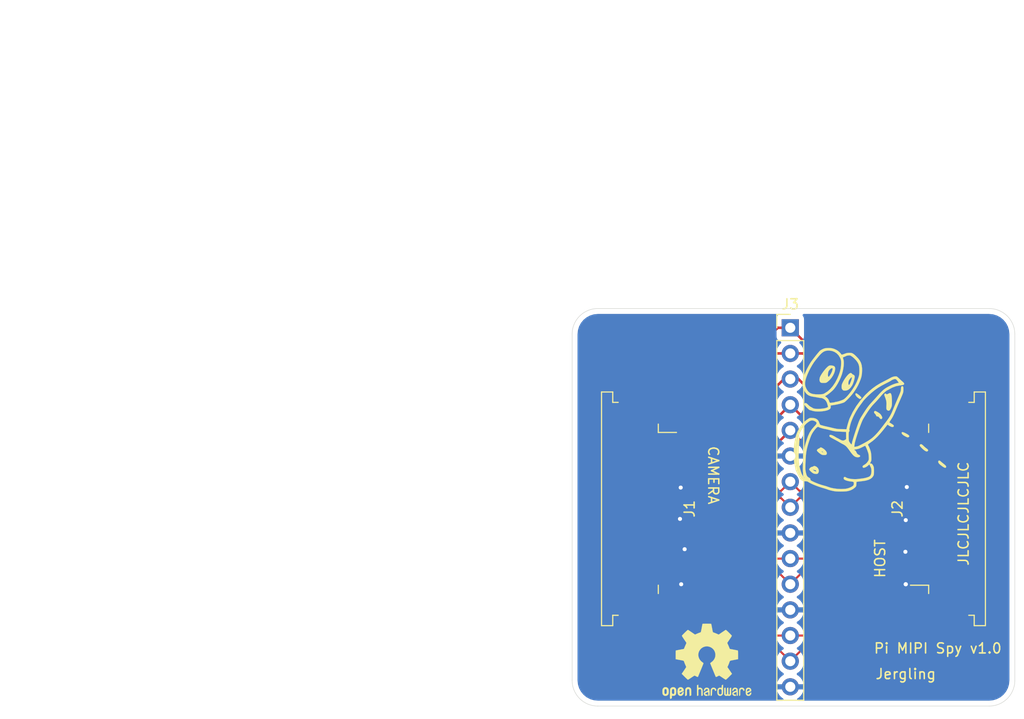
<source format=kicad_pcb>
(kicad_pcb (version 20171130) (host pcbnew "(5.1.10)-1")

  (general
    (thickness 1.6)
    (drawings 13)
    (tracks 465)
    (zones 0)
    (modules 6)
    (nets 13)
  )

  (page A4)
  (layers
    (0 F.Cu signal)
    (31 B.Cu signal hide)
    (32 B.Adhes user)
    (33 F.Adhes user)
    (34 B.Paste user)
    (35 F.Paste user)
    (36 B.SilkS user)
    (37 F.SilkS user)
    (38 B.Mask user)
    (39 F.Mask user)
    (40 Dwgs.User user)
    (41 Cmts.User user)
    (42 Eco1.User user)
    (43 Eco2.User user)
    (44 Edge.Cuts user)
    (45 Margin user)
    (46 B.CrtYd user)
    (47 F.CrtYd user)
    (48 B.Fab user)
    (49 F.Fab user)
  )

  (setup
    (last_trace_width 0.25)
    (trace_clearance 0.2)
    (zone_clearance 0.508)
    (zone_45_only no)
    (trace_min 0.2)
    (via_size 0.8)
    (via_drill 0.4)
    (via_min_size 0.4)
    (via_min_drill 0.3)
    (uvia_size 0.3)
    (uvia_drill 0.1)
    (uvias_allowed no)
    (uvia_min_size 0.2)
    (uvia_min_drill 0.1)
    (edge_width 0.05)
    (segment_width 0.2)
    (pcb_text_width 0.3)
    (pcb_text_size 1.5 1.5)
    (mod_edge_width 0.12)
    (mod_text_size 1 1)
    (mod_text_width 0.15)
    (pad_size 1.524 1.524)
    (pad_drill 0.762)
    (pad_to_mask_clearance 0)
    (aux_axis_origin 0 0)
    (visible_elements 7FFFFFFF)
    (pcbplotparams
      (layerselection 0x010fc_ffffffff)
      (usegerberextensions true)
      (usegerberattributes false)
      (usegerberadvancedattributes false)
      (creategerberjobfile false)
      (excludeedgelayer true)
      (linewidth 0.100000)
      (plotframeref false)
      (viasonmask false)
      (mode 1)
      (useauxorigin false)
      (hpglpennumber 1)
      (hpglpenspeed 20)
      (hpglpendiameter 15.000000)
      (psnegative false)
      (psa4output false)
      (plotreference true)
      (plotvalue false)
      (plotinvisibletext false)
      (padsonsilk false)
      (subtractmaskfromsilk true)
      (outputformat 1)
      (mirror false)
      (drillshape 0)
      (scaleselection 1)
      (outputdirectory ""))
  )

  (net 0 "")
  (net 1 /GND)
  (net 2 /CAM_D0_N)
  (net 3 /CAM_D1_N)
  (net 4 /CAM_D1_P)
  (net 5 /CAM_CK_N)
  (net 6 /CAM_CK_P)
  (net 7 /CAM_IO0)
  (net 8 /CAM_IO1)
  (net 9 /CAM_SCL)
  (net 10 /CAM_SDA)
  (net 11 /CAM_3v3)
  (net 12 /CAM_D0_P)

  (net_class Default "This is the default net class."
    (clearance 0.2)
    (trace_width 0.25)
    (via_dia 0.8)
    (via_drill 0.4)
    (uvia_dia 0.3)
    (uvia_drill 0.1)
    (add_net /CAM_3v3)
    (add_net /CAM_IO0)
    (add_net /CAM_IO1)
    (add_net /CAM_SCL)
    (add_net /CAM_SDA)
    (add_net /GND)
  )

  (net_class "MIPI Pairs" ""
    (clearance 0.2)
    (trace_width 0.25)
    (via_dia 0.8)
    (via_drill 0.4)
    (uvia_dia 0.3)
    (uvia_drill 0.1)
    (diff_pair_width 0.2)
    (diff_pair_gap 0.49)
    (add_net /CAM_CK_N)
    (add_net /CAM_CK_P)
    (add_net /CAM_D0_N)
    (add_net /CAM_D0_P)
    (add_net /CAM_D1_N)
    (add_net /CAM_D1_P)
  )

  (module UserLib:MIPISpy (layer F.Cu) (tedit 0) (tstamp 61D808BC)
    (at 81.28 40.005)
    (fp_text reference G*** (at 0 0) (layer F.SilkS) hide
      (effects (font (size 1.524 1.524) (thickness 0.3)))
    )
    (fp_text value LOGO (at 0.75 0) (layer F.SilkS) hide
      (effects (font (size 1.524 1.524) (thickness 0.3)))
    )
    (fp_poly (pts (xy 2.875733 -4.07565) (xy 2.934525 -4.056762) (xy 2.986663 -4.018619) (xy 3.066886 -3.948615)
      (xy 3.159327 -3.860717) (xy 3.175032 -3.845084) (xy 3.285692 -3.738088) (xy 3.403834 -3.629987)
      (xy 3.50189 -3.545848) (xy 3.60052 -3.453702) (xy 3.646326 -3.378322) (xy 3.65125 -3.34673)
      (xy 3.643224 -3.298708) (xy 3.61297 -3.262353) (xy 3.551225 -3.234091) (xy 3.448724 -3.210351)
      (xy 3.296203 -3.18756) (xy 3.210835 -3.176909) (xy 2.840198 -3.101024) (xy 2.4763 -2.964866)
      (xy 2.214205 -2.825696) (xy 2.111893 -2.765445) (xy 2.031265 -2.720673) (xy 1.986987 -2.699457)
      (xy 1.983702 -2.69875) (xy 1.93856 -2.677951) (xy 1.861078 -2.622625) (xy 1.763584 -2.543382)
      (xy 1.658402 -2.450834) (xy 1.557861 -2.355588) (xy 1.474284 -2.268256) (xy 1.448467 -2.23804)
      (xy 1.295047 -2.055202) (xy 1.1124 -1.8463) (xy 0.916809 -1.629554) (xy 0.72456 -1.423181)
      (xy 0.656322 -1.351842) (xy 0.514808 -1.197554) (xy 0.373027 -1.026495) (xy 0.225818 -0.831396)
      (xy 0.068022 -0.60499) (xy -0.105523 -0.340008) (xy -0.299977 -0.029183) (xy -0.40495 0.142875)
      (xy -0.463219 0.254627) (xy -0.534863 0.416754) (xy -0.616564 0.619445) (xy -0.705002 0.852894)
      (xy -0.796859 1.10729) (xy -0.888814 1.372826) (xy -0.977549 1.639693) (xy -1.059745 1.898083)
      (xy -1.132083 2.138186) (xy -1.191244 2.350195) (xy -1.233909 2.5243) (xy -1.256758 2.650694)
      (xy -1.258231 2.6645) (xy -1.280041 2.89917) (xy -1.108333 2.880563) (xy -1.01779 2.863632)
      (xy -0.910638 2.828544) (xy -0.776319 2.770981) (xy -0.604274 2.686622) (xy -0.492125 2.628491)
      (xy -0.253792 2.50116) (xy -0.042181 2.382003) (xy 0.148176 2.265806) (xy 0.322746 2.147358)
      (xy 0.486997 2.021444) (xy 0.646397 1.882851) (xy 0.806414 1.726366) (xy 0.972516 1.546775)
      (xy 1.150171 1.338867) (xy 1.344846 1.097427) (xy 1.562009 0.817242) (xy 1.807129 0.493099)
      (xy 1.95495 0.295392) (xy 2.13439 0.04131) (xy 2.279459 -0.197417) (xy 2.404629 -0.446009)
      (xy 2.479821 -0.619125) (xy 2.590922 -0.887573) (xy 2.683585 -1.110679) (xy 2.763468 -1.301851)
      (xy 2.836229 -1.474499) (xy 2.907525 -1.642032) (xy 2.983014 -1.817858) (xy 3.068354 -2.015387)
      (xy 3.091161 -2.068045) (xy 3.178295 -2.271553) (xy 3.242176 -2.427872) (xy 3.286224 -2.54744)
      (xy 3.31386 -2.640695) (xy 3.328504 -2.718074) (xy 3.333576 -2.790016) (xy 3.33375 -2.80832)
      (xy 3.344538 -2.964457) (xy 3.377674 -3.063492) (xy 3.434311 -3.108184) (xy 3.46075 -3.1115)
      (xy 3.52383 -3.090174) (xy 3.563757 -3.022976) (xy 3.581984 -2.905079) (xy 3.579961 -2.731655)
      (xy 3.579122 -2.717689) (xy 3.574284 -2.64276) (xy 3.568304 -2.578513) (xy 3.558425 -2.517087)
      (xy 3.541894 -2.450622) (xy 3.515953 -2.371256) (xy 3.47785 -2.271127) (xy 3.424827 -2.142375)
      (xy 3.354131 -1.977139) (xy 3.263006 -1.767557) (xy 3.177452 -1.571625) (xy 3.102173 -1.398354)
      (xy 3.02427 -1.217536) (xy 2.953521 -1.051952) (xy 2.90482 -0.936625) (xy 2.799859 -0.68654)
      (xy 2.714222 -0.485613) (xy 2.643102 -0.324268) (xy 2.581693 -0.192926) (xy 2.52519 -0.082011)
      (xy 2.468787 0.018056) (xy 2.407677 0.116853) (xy 2.337054 0.223956) (xy 2.280875 0.306815)
      (xy 2.214041 0.416521) (xy 2.191691 0.483943) (xy 2.214186 0.507957) (xy 2.216186 0.508)
      (xy 2.253405 0.524194) (xy 2.32824 0.566954) (xy 2.425527 0.627543) (xy 2.440364 0.637139)
      (xy 2.547441 0.711302) (xy 2.607329 0.766462) (xy 2.629417 0.812452) (xy 2.62924 0.834937)
      (xy 2.5938 0.90963) (xy 2.518599 0.939578) (xy 2.408403 0.92531) (xy 2.267975 0.867358)
      (xy 2.11953 0.77819) (xy 2.000686 0.697852) (xy 1.849655 0.894904) (xy 1.550988 1.273726)
      (xy 1.275043 1.600334) (xy 1.016995 1.879727) (xy 0.772021 2.116906) (xy 0.535298 2.316871)
      (xy 0.341257 2.458413) (xy 0.226989 2.538565) (xy 0.135537 2.607835) (xy 0.077907 2.657565)
      (xy 0.0635 2.676915) (xy 0.078972 2.721339) (xy 0.117358 2.793761) (xy 0.129466 2.813865)
      (xy 0.169854 2.892931) (xy 0.220466 3.011396) (xy 0.272463 3.14809) (xy 0.290134 3.198613)
      (xy 0.336517 3.347657) (xy 0.367802 3.485957) (xy 0.388002 3.637009) (xy 0.401128 3.824314)
      (xy 0.402814 3.858682) (xy 0.409769 4.021838) (xy 0.411272 4.137126) (xy 0.405422 4.220076)
      (xy 0.39032 4.286219) (xy 0.364064 4.351087) (xy 0.335467 4.409121) (xy 0.289824 4.50178)
      (xy 0.272241 4.549709) (xy 0.28109 4.564313) (xy 0.314371 4.557117) (xy 0.407808 4.557514)
      (xy 0.495073 4.620347) (xy 0.576672 4.746014) (xy 0.589695 4.772962) (xy 0.624316 4.85538)
      (xy 0.646764 4.935652) (xy 0.659573 5.031052) (xy 0.665282 5.158851) (xy 0.666439 5.295577)
      (xy 0.664544 5.465384) (xy 0.657199 5.587052) (xy 0.642433 5.675847) (xy 0.618274 5.747035)
      (xy 0.604345 5.776353) (xy 0.491672 5.936196) (xy 0.330438 6.066651) (xy 0.118022 6.169032)
      (xy -0.148197 6.24465) (xy -0.418849 6.288877) (xy -0.574763 6.307701) (xy -0.730352 6.326404)
      (xy -0.858538 6.341733) (xy -0.889 6.345354) (xy -1.063625 6.366057) (xy -1.073067 6.582618)
      (xy -1.080495 6.700453) (xy -1.096748 6.778717) (xy -1.131822 6.841331) (xy -1.195713 6.912212)
      (xy -1.221773 6.938443) (xy -1.406871 7.083904) (xy -1.635521 7.199451) (xy -1.89208 7.278157)
      (xy -2.047875 7.30424) (xy -2.220465 7.3186) (xy -2.42667 7.326963) (xy -2.647845 7.329417)
      (xy -2.865344 7.326049) (xy -3.060522 7.316947) (xy -3.214734 7.302197) (xy -3.2385 7.298661)
      (xy -3.420861 7.264677) (xy -3.607368 7.222142) (xy -3.777469 7.176266) (xy -3.910612 7.132259)
      (xy -3.937 7.121612) (xy -4.015473 7.092551) (xy -4.135815 7.053159) (xy -4.278587 7.009651)
      (xy -4.365625 6.984527) (xy -4.622393 6.906378) (xy -4.884571 6.816326) (xy -5.140525 6.719169)
      (xy -5.37862 6.619712) (xy -5.587224 6.522753) (xy -5.754703 6.433096) (xy -5.846657 6.373287)
      (xy -5.921316 6.334398) (xy -6.024549 6.313363) (xy -6.148677 6.306475) (xy -6.300424 6.295802)
      (xy -6.420264 6.264572) (xy -6.519679 6.204253) (xy -6.610152 6.106313) (xy -6.703167 5.962219)
      (xy -6.766289 5.847583) (xy -6.873948 5.64391) (xy -6.955439 5.486911) (xy -7.01485 5.367436)
      (xy -7.056269 5.276331) (xy -7.083787 5.204444) (xy -7.10149 5.142622) (xy -7.113468 5.081713)
      (xy -7.116268 5.064125) (xy -7.134215 4.960303) (xy -7.161196 4.81896) (xy -7.192479 4.664563)
      (xy -7.205325 4.60375) (xy -7.227306 4.491615) (xy -7.243803 4.3806) (xy -7.255545 4.259034)
      (xy -7.263258 4.115247) (xy -7.267672 3.93757) (xy -7.269513 3.714334) (xy -7.269695 3.571875)
      (xy -7.269511 3.534682) (xy -6.790441 3.534682) (xy -6.789382 3.803371) (xy -6.783336 4.066023)
      (xy -6.77256 4.310889) (xy -6.75731 4.526221) (xy -6.737844 4.70027) (xy -6.717387 4.810125)
      (xy -6.63893 5.108759) (xy -6.568576 5.351522) (xy -6.503833 5.54515) (xy -6.442208 5.696382)
      (xy -6.381209 5.811955) (xy -6.318343 5.898607) (xy -6.312103 5.905668) (xy -6.244783 5.974082)
      (xy -6.207602 5.998167) (xy -6.204741 5.97634) (xy -6.221529 5.939999) (xy -6.243312 5.88264)
      (xy -6.273698 5.781371) (xy -6.307423 5.654249) (xy -6.321032 5.598687) (xy -6.341876 5.507121)
      (xy -6.357513 5.423217) (xy -6.368383 5.33672) (xy -6.374925 5.237377) (xy -6.377579 5.114933)
      (xy -6.376784 4.959136) (xy -6.37581 4.908045) (xy -6.122357 4.908045) (xy -6.12224 5.049292)
      (xy -6.117926 5.16154) (xy -6.108873 5.256274) (xy -6.094541 5.344976) (xy -6.074386 5.43913)
      (xy -6.065776 5.475835) (xy -6.024113 5.635324) (xy -5.981762 5.74793) (xy -5.928465 5.829544)
      (xy -5.853964 5.896059) (xy -5.752984 5.960454) (xy -5.669045 6.0161) (xy -5.630861 6.063817)
      (xy -5.625574 6.120103) (xy -5.625945 6.123456) (xy -5.624005 6.173657) (xy -5.596163 6.21453)
      (xy -5.530115 6.258923) (xy -5.461 6.295685) (xy -5.165639 6.43411) (xy -4.844388 6.562866)
      (xy -4.525342 6.671302) (xy -4.313803 6.730558) (xy -4.169838 6.769367) (xy -4.030018 6.811871)
      (xy -3.920681 6.849973) (xy -3.90525 6.856161) (xy -3.625659 6.949544) (xy -3.303404 7.01882)
      (xy -2.955277 7.062191) (xy -2.598066 7.077857) (xy -2.24856 7.064023) (xy -2.106547 7.04878)
      (xy -1.930936 7.011919) (xy -1.747402 6.950022) (xy -1.577233 6.871965) (xy -1.441719 6.786627)
      (xy -1.406703 6.75695) (xy -1.356871 6.690986) (xy -1.33586 6.602189) (xy -1.3335 6.538362)
      (xy -1.336072 6.455949) (xy -1.351794 6.402932) (xy -1.39268 6.370833) (xy -1.470744 6.351173)
      (xy -1.598 6.335477) (xy -1.625044 6.332629) (xy -1.814958 6.30439) (xy -1.991483 6.262796)
      (xy -2.141731 6.212105) (xy -2.252813 6.156576) (xy -2.307995 6.106991) (xy -2.339217 6.019964)
      (xy -2.325072 5.944364) (xy -2.277673 5.893111) (xy -2.209135 5.879126) (xy -2.131572 5.915329)
      (xy -2.129751 5.916879) (xy -2.033638 5.97192) (xy -1.888655 6.020485) (xy -1.709296 6.060283)
      (xy -1.510051 6.089027) (xy -1.305414 6.104428) (xy -1.109877 6.104197) (xy -1.000125 6.095266)
      (xy -0.833712 6.075291) (xy -0.646134 6.052816) (xy -0.485879 6.033649) (xy -0.309292 6.005159)
      (xy -0.127993 5.963382) (xy 0.038771 5.913726) (xy 0.171753 5.861597) (xy 0.221963 5.83481)
      (xy 0.319098 5.736933) (xy 0.382306 5.586679) (xy 0.410972 5.385734) (xy 0.41275 5.311618)
      (xy 0.409156 5.170109) (xy 0.394116 5.06339) (xy 0.361241 4.962952) (xy 0.309562 4.85121)
      (xy 0.206375 4.642663) (xy 0.069463 4.764209) (xy -0.049431 4.854625) (xy -0.173303 4.923827)
      (xy -0.287372 4.965655) (xy -0.376861 4.973951) (xy -0.408231 4.963313) (xy -0.465031 4.899794)
      (xy -0.464962 4.826423) (xy -0.409832 4.757627) (xy -0.380056 4.738492) (xy -0.185543 4.615915)
      (xy -0.04107 4.486677) (xy 0.064685 4.342266) (xy 0.111458 4.258955) (xy 0.139447 4.190987)
      (xy 0.152323 4.118394) (xy 0.153758 4.021209) (xy 0.147943 3.889375) (xy 0.137802 3.751203)
      (xy 0.123677 3.62918) (xy 0.108058 3.543213) (xy 0.102291 3.52425) (xy 0.072366 3.441235)
      (xy 0.037752 3.337914) (xy 0.031332 3.317875) (xy -0.002917 3.221796) (xy -0.048567 3.109137)
      (xy -0.098739 2.994963) (xy -0.146551 2.894341) (xy -0.185126 2.822337) (xy -0.207583 2.794017)
      (xy -0.207875 2.794) (xy -0.241835 2.807604) (xy -0.319882 2.84446) (xy -0.42971 2.898626)
      (xy -0.535195 2.95197) (xy -0.733333 3.045513) (xy -0.900205 3.105876) (xy -1.054078 3.139613)
      (xy -1.060581 3.140553) (xy -1.170823 3.157896) (xy -1.253656 3.174168) (xy -1.291474 3.185902)
      (xy -1.291657 3.186072) (xy -1.277593 3.208519) (xy -1.223051 3.242227) (xy -1.220391 3.243551)
      (xy -1.141747 3.312718) (xy -1.082109 3.420867) (xy -1.016185 3.554939) (xy -0.934569 3.641339)
      (xy -0.822164 3.695894) (xy -0.818643 3.697047) (xy -0.73294 3.743983) (xy -0.701391 3.802854)
      (xy -0.719163 3.862093) (xy -0.781418 3.910131) (xy -0.883321 3.935402) (xy -0.918881 3.936822)
      (xy -1.046462 3.927816) (xy -1.160456 3.897167) (xy -1.268677 3.838784) (xy -1.378937 3.746575)
      (xy -1.499051 3.614451) (xy -1.636832 3.436319) (xy -1.733219 3.302) (xy -1.871158 3.111276)
      (xy -1.908764 3.063875) (xy -1.55575 3.063875) (xy -1.539875 3.07975) (xy -1.524 3.063875)
      (xy -1.539875 3.048) (xy -1.55575 3.063875) (xy -1.908764 3.063875) (xy -1.987041 2.96521)
      (xy -2.091013 2.85373) (xy -2.193223 2.766767) (xy -2.303818 2.694248) (xy -2.395434 2.644767)
      (xy -2.521153 2.579054) (xy -2.641539 2.512867) (xy -2.731193 2.460183) (xy -2.733442 2.458768)
      (xy -2.823717 2.404497) (xy -2.942851 2.336377) (xy -3.052634 2.275914) (xy -3.266672 2.160541)
      (xy -3.431377 2.071048) (xy -3.553214 2.003006) (xy -3.638647 1.951984) (xy -3.694143 1.913552)
      (xy -3.726166 1.883279) (xy -3.741183 1.856736) (xy -3.745657 1.829493) (xy -3.746014 1.800789)
      (xy -3.723292 1.73656) (xy -3.656589 1.712565) (xy -3.550289 1.727889) (xy -3.408771 1.781612)
      (xy -3.236418 1.872819) (xy -3.150571 1.925461) (xy -3.05991 1.981173) (xy -2.991096 2.019733)
      (xy -2.961918 2.032) (xy -2.926314 2.04716) (xy -2.851164 2.087341) (xy -2.751191 2.144589)
      (xy -2.726796 2.159) (xy -2.566546 2.242353) (xy -2.436289 2.280049) (xy -2.323316 2.273433)
      (xy -2.21492 2.223844) (xy -2.20087 2.214562) (xy -2.095934 2.143125) (xy -2.095752 1.84332)
      (xy -1.8415 1.84332) (xy -1.838994 2.005691) (xy -1.832157 2.151884) (xy -1.822017 2.26644)
      (xy -1.809599 2.333901) (xy -1.808799 2.336128) (xy -1.772647 2.406925) (xy -1.716738 2.49238)
      (xy -1.653959 2.57551) (xy -1.597194 2.639334) (xy -1.55933 2.66687) (xy -1.557736 2.667)
      (xy -1.540757 2.638249) (xy -1.519411 2.562744) (xy -1.498224 2.456604) (xy -1.497567 2.452687)
      (xy -1.478625 2.369879) (xy -1.441785 2.236207) (xy -1.389854 2.060838) (xy -1.325639 1.852937)
      (xy -1.251945 1.62167) (xy -1.171578 1.376204) (xy -1.12894 1.248547) (xy -1.03081 0.958933)
      (xy -0.948638 0.722036) (xy -0.879323 0.529999) (xy -0.819762 0.374967) (xy -0.766852 0.249085)
      (xy -0.717491 0.144496) (xy -0.668576 0.053346) (xy -0.63361 -0.005578) (xy -0.449113 -0.303262)
      (xy -0.289808 -0.554055) (xy -0.149686 -0.766369) (xy -0.022739 -0.948618) (xy 0.097045 -1.109217)
      (xy 0.215673 -1.256577) (xy 0.339157 -1.399114) (xy 0.442336 -1.511956) (xy 0.556823 -1.635967)
      (xy 0.69658 -1.789113) (xy 0.844842 -1.952935) (xy 0.984843 -2.108972) (xy 1.000125 -2.126108)
      (xy 1.196435 -2.34365) (xy 1.363175 -2.520181) (xy 1.510783 -2.663997) (xy 1.649702 -2.783397)
      (xy 1.790371 -2.886676) (xy 1.94323 -2.982134) (xy 2.11872 -3.078066) (xy 2.327281 -3.18277)
      (xy 2.333625 -3.185873) (xy 2.504755 -3.262327) (xy 2.683953 -3.33019) (xy 2.854531 -3.38411)
      (xy 2.999801 -3.418735) (xy 3.091822 -3.429) (xy 3.111741 -3.440583) (xy 3.098096 -3.480169)
      (xy 3.047305 -3.555015) (xy 2.997797 -3.6195) (xy 2.916239 -3.71876) (xy 2.856152 -3.776437)
      (xy 2.803027 -3.803269) (xy 2.742354 -3.809997) (xy 2.740426 -3.81) (xy 2.636355 -3.792264)
      (xy 2.50993 -3.746682) (xy 2.388682 -3.684696) (xy 2.31775 -3.634361) (xy 2.274024 -3.606604)
      (xy 2.184135 -3.556679) (xy 2.058935 -3.490374) (xy 1.909275 -3.413478) (xy 1.80975 -3.363415)
      (xy 1.409364 -3.151739) (xy 1.053856 -2.936123) (xy 0.72522 -2.703791) (xy 0.405451 -2.441968)
      (xy 0.076543 -2.137879) (xy 0.060602 -2.122376) (xy -0.120483 -1.942576) (xy -0.260991 -1.794908)
      (xy -0.368862 -1.670536) (xy -0.452034 -1.56062) (xy -0.47625 -1.524738) (xy -0.521171 -1.460972)
      (xy -0.589274 -1.36957) (xy -0.650875 -1.289539) (xy -0.88234 -0.967211) (xy -1.108046 -0.602129)
      (xy -1.23419 -0.373164) (xy -1.325512 -0.195782) (xy -1.400853 -0.038379) (xy -1.470817 0.122735)
      (xy -1.546008 0.31125) (xy -1.578872 0.396875) (xy -1.6205 0.517384) (xy -1.66295 0.659181)
      (xy -1.703037 0.808874) (xy -1.737578 0.953072) (xy -1.76339 1.078383) (xy -1.777288 1.171417)
      (xy -1.776089 1.218783) (xy -1.774756 1.220787) (xy -1.747417 1.289841) (xy -1.76718 1.365945)
      (xy -1.793875 1.397) (xy -1.814481 1.427158) (xy -1.828465 1.484015) (xy -1.836894 1.577579)
      (xy -1.840837 1.717856) (xy -1.8415 1.84332) (xy -2.095752 1.84332) (xy -2.095717 1.785937)
      (xy -2.096291 1.643452) (xy -2.098013 1.527335) (xy -2.100607 1.450419) (xy -2.103438 1.42533)
      (xy -2.136134 1.422925) (xy -2.221933 1.418369) (xy -2.350492 1.412163) (xy -2.51147 1.404809)
      (xy -2.667 1.397991) (xy -2.886109 1.387295) (xy -3.058875 1.374999) (xy -3.202451 1.358761)
      (xy -3.333991 1.336237) (xy -3.470648 1.305085) (xy -3.603625 1.270076) (xy -3.767825 1.226667)
      (xy -3.926139 1.187283) (xy -4.059593 1.156503) (xy -4.143375 1.139839) (xy -4.308957 1.106941)
      (xy -4.47673 1.064177) (xy -4.630896 1.016485) (xy -4.755655 0.968801) (xy -4.835208 0.926061)
      (xy -4.840238 0.922108) (xy -4.891115 0.919243) (xy -4.969179 0.967225) (xy -5.069756 1.061974)
      (xy -5.188168 1.199409) (xy -5.250569 1.280144) (xy -5.34471 1.410679) (xy -5.424419 1.53463)
      (xy -5.495074 1.663545) (xy -5.562054 1.808968) (xy -5.630736 1.982445) (xy -5.706498 2.195523)
      (xy -5.782016 2.421065) (xy -5.871901 2.708029) (xy -5.943756 2.972657) (xy -5.999819 3.228993)
      (xy -6.042328 3.491076) (xy -6.07352 3.77295) (xy -6.095634 4.088656) (xy -6.110907 4.452235)
      (xy -6.11217 4.492625) (xy -6.11882 4.726317) (xy -6.122357 4.908045) (xy -6.37581 4.908045)
      (xy -6.37298 4.75973) (xy -6.367079 4.524375) (xy -6.352281 4.11791) (xy -6.329083 3.760198)
      (xy -6.294801 3.436745) (xy -6.246748 3.133061) (xy -6.182239 2.834656) (xy -6.098589 2.527036)
      (xy -5.99311 2.195713) (xy -5.871028 1.847969) (xy -5.708581 1.492659) (xy -5.485582 1.154951)
      (xy -5.202822 0.836037) (xy -5.193233 0.826584) (xy -5.07867 0.698215) (xy -5.022275 0.591537)
      (xy -5.024592 0.501565) (xy -5.086164 0.423316) (xy -5.207534 0.351805) (xy -5.24683 0.334585)
      (xy -5.369715 0.294028) (xy -5.483478 0.284124) (xy -5.598571 0.308405) (xy -5.725449 0.370405)
      (xy -5.874563 0.473657) (xy -6.02985 0.599229) (xy -6.146536 0.715789) (xy -6.276273 0.875216)
      (xy -6.4082 1.061552) (xy -6.531455 1.25884) (xy -6.635175 1.45112) (xy -6.68578 1.56294)
      (xy -6.730884 1.678488) (xy -6.752492 1.757097) (xy -6.753545 1.819565) (xy -6.736985 1.886688)
      (xy -6.733209 1.898307) (xy -6.719661 1.94415) (xy -6.710505 1.992624) (xy -6.706009 2.052463)
      (xy -6.70644 2.132399) (xy -6.712067 2.241163) (xy -6.723155 2.387488) (xy -6.739974 2.580106)
      (xy -6.761124 2.809875) (xy -6.776569 3.026185) (xy -6.786255 3.271704) (xy -6.790441 3.534682)
      (xy -7.269511 3.534682) (xy -7.268289 3.288577) (xy -7.263664 3.056864) (xy -7.254928 2.864862)
      (xy -7.241188 2.7007) (xy -7.22155 2.552504) (xy -7.195122 2.408401) (xy -7.175356 2.31775)
      (xy -7.14875 2.193929) (xy -7.121676 2.056921) (xy -7.114149 2.016125) (xy -7.039719 1.731724)
      (xy -6.916042 1.422795) (xy -6.747432 1.098916) (xy -6.580228 0.831217) (xy -6.405907 0.599952)
      (xy -6.210666 0.400186) (xy -5.976361 0.214098) (xy -5.893945 0.157065) (xy -5.786291 0.088843)
      (xy -5.702212 0.051044) (xy -5.615258 0.034981) (xy -5.512945 0.031927) (xy -5.277373 0.053269)
      (xy -5.07999 0.115081) (xy -4.925771 0.21473) (xy -4.819693 0.34958) (xy -4.791524 0.413718)
      (xy -4.739684 0.555359) (xy -4.699924 0.648062) (xy -4.664975 0.703369) (xy -4.627564 0.73282)
      (xy -4.581061 0.747818) (xy -4.482349 0.772701) (xy -4.41325 0.793295) (xy -4.356628 0.810377)
      (xy -4.277386 0.831158) (xy -4.164396 0.858355) (xy -4.006531 0.894689) (xy -3.897313 0.91938)
      (xy -3.813784 0.938695) (xy -3.68591 0.96887) (xy -3.531056 1.005785) (xy -3.366585 1.045319)
      (xy -3.3655 1.045581) (xy -3.175055 1.088685) (xy -3.010581 1.117833) (xy -2.84765 1.136029)
      (xy -2.661839 1.146274) (xy -2.514779 1.150138) (xy -2.060933 1.158875) (xy -2.042591 1.0795)
      (xy -1.991553 0.873161) (xy -1.93203 0.655697) (xy -1.869199 0.444356) (xy -1.808239 0.256383)
      (xy -1.754327 0.109024) (xy -1.742877 0.081299) (xy -1.444112 -0.538544) (xy -1.090091 -1.128946)
      (xy -0.684136 -1.684972) (xy -0.229573 -2.201687) (xy -0.151685 -2.281258) (xy 0.193461 -2.610997)
      (xy 0.531489 -2.894963) (xy 0.879987 -3.145883) (xy 1.256541 -3.376483) (xy 1.651 -3.58569)
      (xy 1.825138 -3.673928) (xy 1.9957 -3.762667) (xy 2.147179 -3.84368) (xy 2.264065 -3.908742)
      (xy 2.301144 -3.930562) (xy 2.447074 -4.00278) (xy 2.603095 -4.053348) (xy 2.751788 -4.078795)
      (xy 2.875733 -4.07565)) (layer F.SilkS) (width 0.01))
    (fp_poly (pts (xy 7.194608 4.282999) (xy 7.252409 4.328522) (xy 7.317725 4.387984) (xy 7.413 4.467927)
      (xy 7.515022 4.549023) (xy 7.649584 4.656754) (xy 7.738086 4.738812) (xy 7.787845 4.803922)
      (xy 7.80618 4.860806) (xy 7.805113 4.894819) (xy 7.777602 4.960533) (xy 7.718358 4.980356)
      (xy 7.62473 4.953704) (xy 7.494065 4.879993) (xy 7.380944 4.801403) (xy 7.220397 4.676575)
      (xy 7.110929 4.572725) (xy 7.046726 4.482623) (xy 7.021975 4.39904) (xy 7.022755 4.355855)
      (xy 7.053553 4.283635) (xy 7.115196 4.258831) (xy 7.194608 4.282999)) (layer F.SilkS) (width 0.01))
    (fp_poly (pts (xy 5.394947 2.658974) (xy 5.491954 2.732433) (xy 5.56357 2.801937) (xy 5.669674 2.903146)
      (xy 5.784311 3.000308) (xy 5.870673 3.064065) (xy 5.978279 3.150588) (xy 6.025522 3.228173)
      (xy 6.011689 3.295159) (xy 5.982259 3.323713) (xy 5.916847 3.35756) (xy 5.847388 3.356488)
      (xy 5.757376 3.317696) (xy 5.68325 3.27299) (xy 5.593133 3.206692) (xy 5.489137 3.117179)
      (xy 5.384426 3.017478) (xy 5.292164 2.920613) (xy 5.225514 2.83961) (xy 5.199156 2.794)
      (xy 5.201771 2.714664) (xy 5.251855 2.654983) (xy 5.321303 2.63525) (xy 5.394947 2.658974)) (layer F.SilkS) (width 0.01))
    (fp_poly (pts (xy 3.556998 1.454439) (xy 3.682524 1.503618) (xy 3.756918 1.538272) (xy 3.950524 1.640056)
      (xy 4.082269 1.729577) (xy 4.152511 1.807253) (xy 4.161609 1.873502) (xy 4.109923 1.928743)
      (xy 4.097837 1.935632) (xy 4.04668 1.95762) (xy 3.995503 1.961109) (xy 3.92915 1.942619)
      (xy 3.832462 1.898672) (xy 3.7465 1.854976) (xy 3.578656 1.754978) (xy 3.464836 1.657481)
      (xy 3.408282 1.565721) (xy 3.403472 1.512622) (xy 3.424765 1.45947) (xy 3.47351 1.439899)
      (xy 3.556998 1.454439)) (layer F.SilkS) (width 0.01))
    (fp_poly (pts (xy 0.859663 -0.629638) (xy 0.912361 -0.603051) (xy 1.077606 -0.508901) (xy 1.197435 -0.429791)
      (xy 1.284478 -0.355014) (xy 1.351364 -0.273868) (xy 1.405598 -0.185037) (xy 1.459031 -0.081951)
      (xy 1.482813 -0.01361) (xy 1.481384 0.038809) (xy 1.467404 0.0769) (xy 1.414464 0.145001)
      (xy 1.347137 0.152332) (xy 1.267826 0.099365) (xy 1.205771 0.025705) (xy 1.13643 -0.058229)
      (xy 1.074711 -0.098681) (xy 1.00726 -0.109232) (xy 0.931779 -0.121058) (xy 0.890221 -0.165779)
      (xy 0.872345 -0.212149) (xy 0.822826 -0.304856) (xy 0.753157 -0.381141) (xy 0.68723 -0.459099)
      (xy 0.66854 -0.541531) (xy 0.698663 -0.611344) (xy 0.729798 -0.634759) (xy 0.787515 -0.64962)
      (xy 0.859663 -0.629638)) (layer F.SilkS) (width 0.01))
    (fp_poly (pts (xy -3.656107 -6.882718) (xy -3.452586 -6.853832) (xy -3.256595 -6.792171) (xy -3.041944 -6.691781)
      (xy -3.039996 -6.690761) (xy -2.896512 -6.599025) (xy -2.755885 -6.480969) (xy -2.638543 -6.355269)
      (xy -2.579562 -6.269837) (xy -2.559669 -6.24359) (xy -2.529941 -6.231279) (xy -2.480616 -6.23483)
      (xy -2.401935 -6.256168) (xy -2.284138 -6.29722) (xy -2.117464 -6.359913) (xy -2.111375 -6.362236)
      (xy -2.01199 -6.387767) (xy -1.879991 -6.405848) (xy -1.761558 -6.412107) (xy -1.632617 -6.406524)
      (xy -1.523103 -6.383274) (xy -1.419131 -6.335293) (xy -1.306816 -6.255518) (xy -1.172271 -6.136886)
      (xy -1.116324 -6.083886) (xy -0.901256 -5.859513) (xy -0.739554 -5.644588) (xy -0.625361 -5.425654)
      (xy -0.552817 -5.189253) (xy -0.516066 -4.921926) (xy -0.50847 -4.687466) (xy -0.526307 -4.341596)
      (xy -0.577916 -4.034571) (xy -0.647594 -3.81) (xy -0.681748 -3.723825) (xy -0.729189 -3.604409)
      (xy -0.77969 -3.477497) (xy -0.780037 -3.476625) (xy -0.915633 -3.181969) (xy -1.095832 -2.863149)
      (xy -1.313399 -2.532679) (xy -1.376392 -2.44475) (xy -1.478729 -2.312842) (xy -1.602914 -2.16592)
      (xy -1.739826 -2.013435) (xy -1.880341 -1.86484) (xy -2.015335 -1.729584) (xy -2.135684 -1.617121)
      (xy -2.232267 -1.536901) (xy -2.286 -1.502428) (xy -2.429116 -1.446319) (xy -2.62124 -1.387815)
      (xy -2.848161 -1.330477) (xy -3.095667 -1.277867) (xy -3.349548 -1.233546) (xy -3.373438 -1.229902)
      (xy -3.6195 -1.192875) (xy -3.6195 -1.075284) (xy -3.625832 -0.968375) (xy -3.652998 -0.894049)
      (xy -3.713258 -0.834932) (xy -3.818868 -0.77365) (xy -3.839876 -0.762947) (xy -4.001721 -0.701869)
      (xy -4.209423 -0.654002) (xy -4.44653 -0.620333) (xy -4.696586 -0.601844) (xy -4.943138 -0.599522)
      (xy -5.169732 -0.614351) (xy -5.359914 -0.647316) (xy -5.428032 -0.667896) (xy -5.534981 -0.702395)
      (xy -5.626287 -0.72504) (xy -5.666902 -0.73025) (xy -5.720059 -0.75325) (xy -5.806143 -0.817808)
      (xy -5.916765 -0.917262) (xy -5.977683 -0.977015) (xy -6.112123 -1.121987) (xy -6.195041 -1.236081)
      (xy -6.228074 -1.323152) (xy -6.212858 -1.387054) (xy -6.167438 -1.423882) (xy -6.100753 -1.438577)
      (xy -6.024063 -1.411943) (xy -5.928634 -1.339442) (xy -5.842 -1.254823) (xy -5.750591 -1.168326)
      (xy -5.660113 -1.096065) (xy -5.603875 -1.061054) (xy -5.511447 -1.012299) (xy -5.410506 -0.952864)
      (xy -5.398281 -0.945154) (xy -5.330283 -0.909565) (xy -5.249272 -0.886148) (xy -5.138406 -0.871561)
      (xy -4.9817 -0.862495) (xy -4.760946 -0.861347) (xy -4.539237 -0.873926) (xy -4.331776 -0.898333)
      (xy -4.153765 -0.932666) (xy -4.020407 -0.975027) (xy -3.998304 -0.985371) (xy -3.878802 -1.046336)
      (xy -3.924618 -1.24273) (xy -3.996005 -1.473539) (xy -4.092181 -1.651621) (xy -4.217907 -1.784512)
      (xy -4.303539 -1.842309) (xy -4.409387 -1.894259) (xy -4.508128 -1.928561) (xy -4.559265 -1.93675)
      (xy -4.634946 -1.942676) (xy -4.749157 -1.958274) (xy -4.878261 -1.98028) (xy -4.888775 -1.982268)
      (xy -5.050487 -2.011538) (xy -5.229744 -2.041677) (xy -5.362925 -2.062418) (xy -5.603984 -2.114151)
      (xy -4.167743 -2.114151) (xy -4.158842 -2.091724) (xy -4.141876 -2.080554) (xy -4.020645 -1.992746)
      (xy -3.910922 -1.881488) (xy -3.831933 -1.767545) (xy -3.813121 -1.725509) (xy -3.767949 -1.597145)
      (xy -3.734914 -1.516972) (xy -3.70085 -1.474942) (xy -3.652588 -1.461006) (xy -3.576962 -1.465117)
      (xy -3.484793 -1.474955) (xy -3.363675 -1.490072) (xy -3.262683 -1.508383) (xy -3.203023 -1.526016)
      (xy -3.201877 -1.526609) (xy -3.124677 -1.551949) (xy -3.089775 -1.55554) (xy -2.993396 -1.567878)
      (xy -2.858356 -1.601173) (xy -2.703318 -1.649065) (xy -2.546947 -1.705198) (xy -2.407906 -1.763213)
      (xy -2.304859 -1.816753) (xy -2.286 -1.829347) (xy -2.139668 -1.953637) (xy -1.974947 -2.124668)
      (xy -1.799856 -2.331434) (xy -1.622416 -2.562929) (xy -1.450648 -2.808146) (xy -1.29257 -3.056079)
      (xy -1.156204 -3.295721) (xy -1.049569 -3.516067) (xy -1.039386 -3.540125) (xy -0.948687 -3.763097)
      (xy -0.88165 -3.943138) (xy -0.834788 -4.094722) (xy -0.804613 -4.232322) (xy -0.787637 -4.37041)
      (xy -0.780374 -4.523459) (xy -0.779254 -4.619625) (xy -0.786186 -4.879993) (xy -0.812166 -5.093328)
      (xy -0.861838 -5.274443) (xy -0.939844 -5.438151) (xy -1.050827 -5.599263) (xy -1.108399 -5.669728)
      (xy -1.221895 -5.792368) (xy -1.350875 -5.914879) (xy -1.471076 -6.014516) (xy -1.493847 -6.031048)
      (xy -1.597036 -6.101116) (xy -1.670686 -6.140391) (xy -1.736333 -6.155808) (xy -1.815513 -6.154305)
      (xy -1.862568 -6.149825) (xy -1.966394 -6.134708) (xy -2.046097 -6.115181) (xy -2.073881 -6.10253)
      (xy -2.124214 -6.074767) (xy -2.210164 -6.037098) (xy -2.262188 -6.016774) (xy -2.348136 -5.980423)
      (xy -2.402749 -5.949237) (xy -2.413 -5.936929) (xy -2.403232 -5.895058) (xy -2.378605 -5.816921)
      (xy -2.365375 -5.7785) (xy -2.329468 -5.613524) (xy -2.318274 -5.401989) (xy -2.330642 -5.155328)
      (xy -2.36542 -4.884975) (xy -2.421457 -4.602365) (xy -2.497601 -4.31893) (xy -2.519305 -4.250321)
      (xy -2.629826 -3.955266) (xy -2.76936 -3.650774) (xy -2.928716 -3.353606) (xy -3.098705 -3.080526)
      (xy -3.270136 -2.848296) (xy -3.320326 -2.789265) (xy -3.419261 -2.68768) (xy -3.548086 -2.569846)
      (xy -3.691601 -2.448243) (xy -3.834604 -2.335351) (xy -3.961894 -2.24365) (xy -4.051337 -2.189099)
      (xy -4.134556 -2.143435) (xy -4.167743 -2.114151) (xy -5.603984 -2.114151) (xy -5.61472 -2.116455)
      (xy -5.820301 -2.201835) (xy -5.990049 -2.326376) (xy -6.134347 -2.497896) (xy -6.263576 -2.724215)
      (xy -6.276017 -2.750049) (xy -6.339098 -2.885997) (xy -6.379182 -2.987512) (xy -6.401471 -3.077056)
      (xy -6.411166 -3.177092) (xy -6.412883 -3.276253) (xy -6.156608 -3.276253) (xy -6.120494 -3.084007)
      (xy -6.043722 -2.892054) (xy -5.946351 -2.720342) (xy -5.835727 -2.574201) (xy -5.704996 -2.462139)
      (xy -5.546212 -2.381235) (xy -5.351429 -2.328567) (xy -5.112703 -2.301215) (xy -4.822089 -2.296258)
      (xy -4.79425 -2.296787) (xy -4.62252 -2.301681) (xy -4.498876 -2.309457) (xy -4.407905 -2.322644)
      (xy -4.334192 -2.343774) (xy -4.262326 -2.375379) (xy -4.236746 -2.388354) (xy -3.945816 -2.572505)
      (xy -3.670413 -2.814105) (xy -3.414828 -3.108109) (xy -3.183349 -3.449468) (xy -2.980268 -3.833136)
      (xy -2.947525 -3.90525) (xy -2.809094 -4.239774) (xy -2.707488 -4.540164) (xy -2.639125 -4.82127)
      (xy -2.600426 -5.097946) (xy -2.587811 -5.385043) (xy -2.587799 -5.3975) (xy -2.589933 -5.547008)
      (xy -2.599241 -5.65624) (xy -2.620381 -5.748371) (xy -2.658015 -5.846577) (xy -2.694005 -5.925665)
      (xy -2.839071 -6.164683) (xy -3.026677 -6.359188) (xy -3.250393 -6.505091) (xy -3.503789 -6.598306)
      (xy -3.780436 -6.634746) (xy -3.81 -6.635111) (xy -3.994883 -6.624866) (xy -4.158523 -6.589751)
      (xy -4.310295 -6.524025) (xy -4.459572 -6.421944) (xy -4.61573 -6.277765) (xy -4.78814 -6.085747)
      (xy -4.871362 -5.984875) (xy -4.95875 -5.87709) (xy -5.036438 -5.781591) (xy -5.091697 -5.714016)
      (xy -5.103989 -5.699125) (xy -5.268128 -5.480611) (xy -5.438925 -5.215945) (xy -5.608002 -4.920669)
      (xy -5.766982 -4.610325) (xy -5.907484 -4.300456) (xy -6.021131 -4.006603) (xy -6.02941 -3.982494)
      (xy -6.110225 -3.71272) (xy -6.152904 -3.481565) (xy -6.156608 -3.276253) (xy -6.412883 -3.276253)
      (xy -6.413469 -3.310081) (xy -6.413501 -3.343723) (xy -6.403525 -3.551664) (xy -6.371194 -3.759243)
      (xy -6.312905 -3.981616) (xy -6.225053 -4.233938) (xy -6.166699 -4.3815) (xy -6.080247 -4.578802)
      (xy -5.974553 -4.797559) (xy -5.858462 -5.021208) (xy -5.740816 -5.233184) (xy -5.630461 -5.416923)
      (xy -5.548784 -5.538822) (xy -5.471616 -5.643058) (xy -5.373869 -5.771658) (xy -5.264491 -5.913232)
      (xy -5.152432 -6.05639) (xy -5.04664 -6.189743) (xy -4.956066 -6.301899) (xy -4.889657 -6.381469)
      (xy -4.865633 -6.408311) (xy -4.820487 -6.460527) (xy -4.759953 -6.536237) (xy -4.745862 -6.554554)
      (xy -4.661815 -6.633693) (xy -4.532145 -6.717225) (xy -4.43678 -6.76599) (xy -4.318094 -6.818241)
      (xy -4.217598 -6.851467) (xy -4.111931 -6.870774) (xy -3.977727 -6.88127) (xy -3.893348 -6.884784)
      (xy -3.656107 -6.882718)) (layer F.SilkS) (width 0.01))
    (fp_poly (pts (xy 2.342522 -2.377731) (xy 2.38323 -2.278448) (xy 2.40358 -2.18719) (xy 2.418869 -2.073315)
      (xy 2.431518 -1.917338) (xy 2.440127 -1.740648) (xy 2.443267 -1.580738) (xy 2.442133 -1.397967)
      (xy 2.436007 -1.262989) (xy 2.423143 -1.160182) (xy 2.401791 -1.073923) (xy 2.379607 -1.011832)
      (xy 2.305229 -0.844728) (xy 2.234573 -0.736092) (xy 2.16245 -0.681523) (xy 2.083672 -0.676618)
      (xy 2.016125 -0.703413) (xy 1.959574 -0.73956) (xy 1.922042 -0.782806) (xy 1.900489 -0.84542)
      (xy 1.891872 -0.939671) (xy 1.893149 -1.077827) (xy 1.89723 -1.183006) (xy 1.902571 -1.356959)
      (xy 1.899682 -1.489165) (xy 1.886635 -1.601061) (xy 1.861503 -1.714087) (xy 1.843721 -1.778)
      (xy 1.803456 -1.907254) (xy 1.76419 -2.018771) (xy 2.129756 -2.018771) (xy 2.135594 -1.977591)
      (xy 2.146432 -1.977099) (xy 2.154011 -2.019593) (xy 2.148938 -2.037954) (xy 2.13484 -2.04998)
      (xy 2.129756 -2.018771) (xy 1.76419 -2.018771) (xy 1.762052 -2.024841) (xy 1.727927 -2.106997)
      (xy 1.725506 -2.111828) (xy 1.690905 -2.215465) (xy 1.693921 -2.301721) (xy 1.727352 -2.359727)
      (xy 1.783998 -2.378611) (xy 1.856659 -2.347501) (xy 1.872727 -2.334098) (xy 1.911077 -2.305741)
      (xy 1.951092 -2.302138) (xy 2.012452 -2.32582) (xy 2.08014 -2.360785) (xy 2.19992 -2.414099)
      (xy 2.284399 -2.421348) (xy 2.342522 -2.377731)) (layer F.SilkS) (width 0.01))
    (fp_poly (pts (xy -1.055216 -2.391563) (xy -0.975022 -2.342169) (xy -0.877004 -2.269714) (xy -0.774497 -2.185322)
      (xy -0.680837 -2.100116) (xy -0.609357 -2.025219) (xy -0.573392 -1.971755) (xy -0.5715 -1.962388)
      (xy -0.598852 -1.904347) (xy -0.663903 -1.85862) (xy -0.736101 -1.843323) (xy -0.781809 -1.862407)
      (xy -0.859222 -1.910297) (xy -0.93967 -1.967809) (xy -1.04648 -2.064755) (xy -1.123731 -2.166251)
      (xy -1.16751 -2.261861) (xy -1.173906 -2.341151) (xy -1.139006 -2.393686) (xy -1.104252 -2.406775)
      (xy -1.055216 -2.391563)) (layer F.SilkS) (width 0.01))
    (fp_poly (pts (xy -5.181562 4.804649) (xy -5.067088 4.852529) (xy -5.027051 4.875066) (xy -4.910542 4.973365)
      (xy -4.83136 5.101011) (xy -4.79366 5.242344) (xy -4.8016 5.381702) (xy -4.859335 5.503424)
      (xy -4.860055 5.504343) (xy -4.913828 5.557871) (xy -4.979706 5.581526) (xy -5.074367 5.58541)
      (xy -5.188931 5.574326) (xy -5.294464 5.54979) (xy -5.319961 5.540183) (xy -5.406843 5.489998)
      (xy -5.50553 5.415168) (xy -5.602306 5.328612) (xy -5.683459 5.24325) (xy -5.731929 5.176599)
      (xy -5.380905 5.176599) (xy -5.343906 5.214492) (xy -5.266575 5.268357) (xy -5.259099 5.272954)
      (xy -5.180068 5.311575) (xy -5.106168 5.333011) (xy -5.057293 5.332754) (xy -5.04825 5.320721)
      (xy -5.075378 5.247438) (xy -5.14186 5.208661) (xy -5.160705 5.207) (xy -5.248309 5.195396)
      (xy -5.317873 5.175345) (xy -5.373562 5.161332) (xy -5.380905 5.176599) (xy -5.731929 5.176599)
      (xy -5.735273 5.172002) (xy -5.74675 5.138115) (xy -5.721194 5.0666) (xy -5.658009 4.988367)
      (xy -5.57742 4.922871) (xy -5.499652 4.889568) (xy -5.487255 4.88849) (xy -5.40202 4.868395)
      (xy -5.351745 4.840865) (xy -5.271591 4.801273) (xy -5.181562 4.804649)) (layer F.SilkS) (width 0.01))
    (fp_poly (pts (xy -4.529508 2.975099) (xy -4.433155 3.025343) (xy -4.381395 3.055937) (xy -4.254241 3.147645)
      (xy -4.141679 3.256719) (xy -4.055349 3.369194) (xy -4.006892 3.471105) (xy -4.0005 3.51293)
      (xy -4.011383 3.613468) (xy -4.051298 3.675076) (xy -4.131151 3.706065) (xy -4.261846 3.714746)
      (xy -4.265277 3.71475) (xy -4.392842 3.709013) (xy -4.487826 3.686325) (xy -4.580547 3.638473)
      (xy -4.605472 3.622566) (xy -4.727979 3.5348) (xy -4.838089 3.441984) (xy -4.92443 3.35511)
      (xy -4.931678 3.345209) (xy -4.527838 3.345209) (xy -4.49819 3.379807) (xy -4.47675 3.39725)
      (xy -4.406405 3.444997) (xy -4.367514 3.4577) (xy -4.367969 3.435356) (xy -4.397375 3.39725)
      (xy -4.458322 3.349533) (xy -4.505484 3.334455) (xy -4.527838 3.345209) (xy -4.931678 3.345209)
      (xy -4.97563 3.28517) (xy -4.98475 3.255993) (xy -4.960024 3.192034) (xy -4.902054 3.126729)
      (xy -4.835154 3.084618) (xy -4.810125 3.07975) (xy -4.753786 3.058732) (xy -4.699 3.01625)
      (xy -4.646838 2.972501) (xy -4.595538 2.958135) (xy -4.529508 2.975099)) (layer F.SilkS) (width 0.01))
    (fp_poly (pts (xy -1.559458 -4.384772) (xy -1.511045 -4.333875) (xy -1.459217 -4.276765) (xy -1.412144 -4.2545)
      (xy -1.357163 -4.233499) (xy -1.298066 -4.187316) (xy -1.260322 -4.14065) (xy -1.243971 -4.08593)
      (xy -1.245113 -4.001853) (xy -1.251847 -3.934828) (xy -1.280853 -3.775564) (xy -1.331142 -3.591124)
      (xy -1.394598 -3.406249) (xy -1.463109 -3.245679) (xy -1.501018 -3.175) (xy -1.642849 -2.96703)
      (xy -1.785294 -2.817437) (xy -1.935029 -2.721386) (xy -2.098729 -2.674045) (xy -2.202538 -2.667)
      (xy -2.308643 -2.671236) (xy -2.376312 -2.69028) (xy -2.430385 -2.733639) (xy -2.457803 -2.764687)
      (xy -2.505705 -2.832627) (xy -2.530675 -2.906178) (xy -2.539482 -3.009649) (xy -2.54 -3.059788)
      (xy -2.535715 -3.166159) (xy -2.518798 -3.259368) (xy -2.489645 -3.342056) (xy -1.867975 -3.342056)
      (xy -1.846181 -3.261032) (xy -1.840836 -3.253575) (xy -1.809736 -3.228325) (xy -1.779424 -3.245888)
      (xy -1.741518 -3.30215) (xy -1.701346 -3.381201) (xy -1.652165 -3.496187) (xy -1.604437 -3.622603)
      (xy -1.603235 -3.626034) (xy -1.552656 -3.787618) (xy -1.527687 -3.907362) (xy -1.529062 -3.979919)
      (xy -1.551889 -4.0005) (xy -1.583763 -3.977105) (xy -1.641194 -3.915595) (xy -1.712087 -3.828988)
      (xy -1.716141 -3.823749) (xy -1.794899 -3.713003) (xy -1.839743 -3.621334) (xy -1.86177 -3.523027)
      (xy -1.866805 -3.474547) (xy -1.867975 -3.342056) (xy -2.489645 -3.342056) (xy -2.483159 -3.360452)
      (xy -2.422704 -3.490451) (xy -2.405063 -3.525829) (xy -2.297288 -3.720912) (xy -2.176519 -3.906864)
      (xy -2.049847 -4.075475) (xy -1.924363 -4.218532) (xy -1.807161 -4.327823) (xy -1.705331 -4.395136)
      (xy -1.638686 -4.41325) (xy -1.559458 -4.384772)) (layer F.SilkS) (width 0.01))
    (fp_poly (pts (xy -3.518791 -5.153795) (xy -3.361232 -5.124863) (xy -3.256942 -5.072045) (xy -3.197804 -4.987701)
      (xy -3.1757 -4.864193) (xy -3.175 -4.830272) (xy -3.201928 -4.617072) (xy -3.27791 -4.386604)
      (xy -3.395742 -4.151053) (xy -3.548221 -3.922602) (xy -3.728146 -3.713437) (xy -3.928312 -3.535742)
      (xy -3.949702 -3.519779) (xy -4.019918 -3.47309) (xy -4.086083 -3.445794) (xy -4.169135 -3.432818)
      (xy -4.290011 -3.429085) (xy -4.324207 -3.429) (xy -4.454426 -3.431107) (xy -4.538963 -3.440232)
      (xy -4.595576 -3.460589) (xy -4.642023 -3.496387) (xy -4.652819 -3.506932) (xy -4.712472 -3.609132)
      (xy -4.731634 -3.747548) (xy -4.709644 -3.908942) (xy -4.68015 -4.0005) (xy -4.191 -4.0005)
      (xy -4.179384 -3.974367) (xy -4.169834 -3.979334) (xy -4.166034 -4.017014) (xy -4.169834 -4.021667)
      (xy -4.188709 -4.017309) (xy -4.191 -4.0005) (xy -4.68015 -4.0005) (xy -4.6778 -4.007795)
      (xy -4.608244 -4.152546) (xy -4.594093 -4.176046) (xy -3.895069 -4.176046) (xy -3.874426 -4.07802)
      (xy -3.827888 -4.034314) (xy -3.811234 -4.03225) (xy -3.784643 -4.05711) (xy -3.734298 -4.123104)
      (xy -3.66984 -4.217359) (xy -3.65176 -4.245215) (xy -3.559402 -4.409901) (xy -3.486736 -4.580171)
      (xy -3.441222 -4.736274) (xy -3.429377 -4.833938) (xy -3.449649 -4.882951) (xy -3.503372 -4.890843)
      (xy -3.578475 -4.860761) (xy -3.662886 -4.795855) (xy -3.692561 -4.76531) (xy -3.779522 -4.663447)
      (xy -3.833091 -4.57891) (xy -3.864405 -4.486733) (xy -3.884603 -4.361953) (xy -3.888949 -4.325124)
      (xy -3.895069 -4.176046) (xy -4.594093 -4.176046) (xy -4.506373 -4.321715) (xy -4.382122 -4.502426)
      (xy -4.245424 -4.681804) (xy -4.106212 -4.846976) (xy -3.97442 -4.985067) (xy -3.85998 -5.0832)
      (xy -3.83504 -5.100112) (xy -3.759711 -5.141606) (xy -3.68872 -5.160368) (xy -3.596473 -5.160743)
      (xy -3.518791 -5.153795)) (layer F.SilkS) (width 0.01))
  )

  (module Connector_FFC-FPC:TE_1-84952-5_1x15-1MP_P1.0mm_Horizontal (layer F.Cu) (tedit 5AEE14E3) (tstamp 61D7232E)
    (at 59.69 49.045001 270)
    (descr "TE FPC connector, 15 bottom-side contacts, 1.0mm pitch, 1.0mm height, SMT, http://www.te.com/commerce/DocumentDelivery/DDEController?Action=srchrtrv&DocNm=84952&DocType=Customer+Drawing&DocLang=English&DocFormat=pdf&PartCntxt=84952-4")
    (tags "te fpc 84952")
    (path /61D745DF)
    (attr smd)
    (fp_text reference J1 (at 0 -4 90) (layer F.SilkS)
      (effects (font (size 1 1) (thickness 0.15)))
    )
    (fp_text value Conn_01x15 (at 0 7.7 90) (layer F.Fab)
      (effects (font (size 1 1) (thickness 0.15)))
    )
    (fp_line (start 11.96 -3.3) (end -11.96 -3.3) (layer F.CrtYd) (width 0.05))
    (fp_line (start 11.96 7) (end 11.96 -3.3) (layer F.CrtYd) (width 0.05))
    (fp_line (start -11.96 7) (end 11.96 7) (layer F.CrtYd) (width 0.05))
    (fp_line (start -11.96 -3.3) (end -11.96 7) (layer F.CrtYd) (width 0.05))
    (fp_line (start 7.565 -0.91) (end 8.39 -0.91) (layer F.SilkS) (width 0.12))
    (fp_line (start -7.565 -0.91) (end -7.565 -2.71) (layer F.SilkS) (width 0.12))
    (fp_line (start -8.39 -0.91) (end -7.565 -0.91) (layer F.SilkS) (width 0.12))
    (fp_line (start -10.545 3.6) (end -10.545 3.06) (layer F.SilkS) (width 0.12))
    (fp_line (start -11.57 3.6) (end -10.545 3.6) (layer F.SilkS) (width 0.12))
    (fp_line (start -11.57 4.71) (end -11.57 3.6) (layer F.SilkS) (width 0.12))
    (fp_line (start 11.57 4.71) (end -11.57 4.71) (layer F.SilkS) (width 0.12))
    (fp_line (start 11.57 3.6) (end 11.57 4.71) (layer F.SilkS) (width 0.12))
    (fp_line (start 10.545 3.6) (end 11.57 3.6) (layer F.SilkS) (width 0.12))
    (fp_line (start 10.545 3.06) (end 10.545 3.6) (layer F.SilkS) (width 0.12))
    (fp_line (start -10.435 5.61) (end -10.435 4.6) (layer F.Fab) (width 0.1))
    (fp_line (start -11.46 5.61) (end -10.435 5.61) (layer F.Fab) (width 0.1))
    (fp_line (start -11.46 6.5) (end -11.46 5.61) (layer F.Fab) (width 0.1))
    (fp_line (start 11.46 6.5) (end -11.46 6.5) (layer F.Fab) (width 0.1))
    (fp_line (start 11.46 5.61) (end 11.46 6.5) (layer F.Fab) (width 0.1))
    (fp_line (start 10.435 5.61) (end 11.46 5.61) (layer F.Fab) (width 0.1))
    (fp_line (start 10.435 4.6) (end 10.435 5.61) (layer F.Fab) (width 0.1))
    (fp_line (start -7 0.2) (end -6.5 -0.8) (layer F.Fab) (width 0.1))
    (fp_line (start -7.5 -0.8) (end -7 0.2) (layer F.Fab) (width 0.1))
    (fp_line (start -10.435 3.71) (end -10.435 -0.8) (layer F.Fab) (width 0.1))
    (fp_line (start -11.46 3.71) (end -10.435 3.71) (layer F.Fab) (width 0.1))
    (fp_line (start -11.46 4.6) (end -11.46 3.71) (layer F.Fab) (width 0.1))
    (fp_line (start 11.46 4.6) (end -11.46 4.6) (layer F.Fab) (width 0.1))
    (fp_line (start 11.46 3.71) (end 11.46 4.6) (layer F.Fab) (width 0.1))
    (fp_line (start 10.435 3.71) (end 11.46 3.71) (layer F.Fab) (width 0.1))
    (fp_line (start 10.435 -0.8) (end 10.435 3.71) (layer F.Fab) (width 0.1))
    (fp_line (start -10.435 -0.8) (end 10.435 -0.8) (layer F.Fab) (width 0.1))
    (fp_text user %R (at 0 1.9 90) (layer F.Fab)
      (effects (font (size 1 1) (thickness 0.15)))
    )
    (pad MP smd rect (at 9.99 1 270) (size 2.68 3.6) (layers F.Cu F.Paste F.Mask))
    (pad MP smd rect (at -9.99 1 270) (size 2.68 3.6) (layers F.Cu F.Paste F.Mask))
    (pad 15 smd rect (at 7 -1.8 270) (size 0.61 2) (layers F.Cu F.Paste F.Mask)
      (net 1 /GND))
    (pad 14 smd rect (at 6 -1.8 270) (size 0.61 2) (layers F.Cu F.Paste F.Mask)
      (net 2 /CAM_D0_N))
    (pad 13 smd rect (at 5 -1.8 270) (size 0.61 2) (layers F.Cu F.Paste F.Mask)
      (net 12 /CAM_D0_P))
    (pad 12 smd rect (at 4 -1.8 270) (size 0.61 2) (layers F.Cu F.Paste F.Mask)
      (net 1 /GND))
    (pad 11 smd rect (at 3 -1.8 270) (size 0.61 2) (layers F.Cu F.Paste F.Mask)
      (net 3 /CAM_D1_N))
    (pad 10 smd rect (at 2 -1.8 270) (size 0.61 2) (layers F.Cu F.Paste F.Mask)
      (net 4 /CAM_D1_P))
    (pad 9 smd rect (at 1 -1.8 270) (size 0.61 2) (layers F.Cu F.Paste F.Mask)
      (net 1 /GND))
    (pad 8 smd rect (at 0 -1.8 270) (size 0.61 2) (layers F.Cu F.Paste F.Mask)
      (net 5 /CAM_CK_N))
    (pad 7 smd rect (at -1 -1.8 270) (size 0.61 2) (layers F.Cu F.Paste F.Mask)
      (net 6 /CAM_CK_P))
    (pad 6 smd rect (at -2 -1.8 270) (size 0.61 2) (layers F.Cu F.Paste F.Mask)
      (net 1 /GND))
    (pad 5 smd rect (at -3 -1.8 270) (size 0.61 2) (layers F.Cu F.Paste F.Mask)
      (net 7 /CAM_IO0))
    (pad 4 smd rect (at -4 -1.8 270) (size 0.61 2) (layers F.Cu F.Paste F.Mask)
      (net 8 /CAM_IO1))
    (pad 3 smd rect (at -5 -1.8 270) (size 0.61 2) (layers F.Cu F.Paste F.Mask)
      (net 9 /CAM_SCL))
    (pad 2 smd rect (at -6 -1.8 270) (size 0.61 2) (layers F.Cu F.Paste F.Mask)
      (net 10 /CAM_SDA))
    (pad 1 smd rect (at -7 -1.8 270) (size 0.61 2) (layers F.Cu F.Paste F.Mask)
      (net 11 /CAM_3v3))
    (model ${KISYS3DMOD}/Connector_FFC-FPC.3dshapes/TE_1-84952-5_1x15-1MP_P1.0mm_Horizontal.wrl
      (at (xyz 0 0 0))
      (scale (xyz 1 1 1))
      (rotate (xyz 0 0 0))
    )
  )

  (module Symbol:OSHW-Logo2_9.8x8mm_SilkScreen (layer F.Cu) (tedit 0) (tstamp 61D7952C)
    (at 65.405 64.135)
    (descr "Open Source Hardware Symbol")
    (tags "Logo Symbol OSHW")
    (attr virtual)
    (fp_text reference REF** (at 0 0) (layer F.SilkS) hide
      (effects (font (size 1 1) (thickness 0.15)))
    )
    (fp_text value OSHW-Logo2_9.8x8mm_SilkScreen (at 0.75 0) (layer F.SilkS) hide
      (effects (font (size 1 1) (thickness 0.15)))
    )
    (fp_poly (pts (xy -3.231114 2.584505) (xy -3.156461 2.621727) (xy -3.090569 2.690261) (xy -3.072423 2.715648)
      (xy -3.052655 2.748866) (xy -3.039828 2.784945) (xy -3.03249 2.833098) (xy -3.029187 2.902536)
      (xy -3.028462 2.994206) (xy -3.031737 3.11983) (xy -3.043123 3.214154) (xy -3.064959 3.284523)
      (xy -3.099581 3.338286) (xy -3.14933 3.382788) (xy -3.152986 3.385423) (xy -3.202015 3.412377)
      (xy -3.261055 3.425712) (xy -3.336141 3.429) (xy -3.458205 3.429) (xy -3.458256 3.547497)
      (xy -3.459392 3.613492) (xy -3.466314 3.652202) (xy -3.484402 3.675419) (xy -3.519038 3.694933)
      (xy -3.527355 3.69892) (xy -3.56628 3.717603) (xy -3.596417 3.729403) (xy -3.618826 3.730422)
      (xy -3.634567 3.716761) (xy -3.644698 3.684522) (xy -3.650277 3.629804) (xy -3.652365 3.548711)
      (xy -3.652019 3.437344) (xy -3.6503 3.291802) (xy -3.649763 3.248269) (xy -3.647828 3.098205)
      (xy -3.646096 3.000042) (xy -3.458308 3.000042) (xy -3.457252 3.083364) (xy -3.452562 3.13788)
      (xy -3.441949 3.173837) (xy -3.423128 3.201482) (xy -3.41035 3.214965) (xy -3.35811 3.254417)
      (xy -3.311858 3.257628) (xy -3.264133 3.225049) (xy -3.262923 3.223846) (xy -3.243506 3.198668)
      (xy -3.231693 3.164447) (xy -3.225735 3.111748) (xy -3.22388 3.031131) (xy -3.223846 3.013271)
      (xy -3.22833 2.902175) (xy -3.242926 2.825161) (xy -3.26935 2.778147) (xy -3.309317 2.75705)
      (xy -3.332416 2.754923) (xy -3.387238 2.7649) (xy -3.424842 2.797752) (xy -3.447477 2.857857)
      (xy -3.457394 2.949598) (xy -3.458308 3.000042) (xy -3.646096 3.000042) (xy -3.645778 2.98206)
      (xy -3.643127 2.894679) (xy -3.639394 2.830905) (xy -3.634093 2.785582) (xy -3.626742 2.753555)
      (xy -3.616857 2.729668) (xy -3.603954 2.708764) (xy -3.598421 2.700898) (xy -3.525031 2.626595)
      (xy -3.43224 2.584467) (xy -3.324904 2.572722) (xy -3.231114 2.584505)) (layer F.SilkS) (width 0.01))
    (fp_poly (pts (xy -1.728336 2.595089) (xy -1.665633 2.631358) (xy -1.622039 2.667358) (xy -1.590155 2.705075)
      (xy -1.56819 2.751199) (xy -1.554351 2.812421) (xy -1.546847 2.895431) (xy -1.543883 3.006919)
      (xy -1.543539 3.087062) (xy -1.543539 3.382065) (xy -1.709615 3.456515) (xy -1.719385 3.133402)
      (xy -1.723421 3.012729) (xy -1.727656 2.925141) (xy -1.732903 2.86465) (xy -1.739975 2.825268)
      (xy -1.749689 2.801007) (xy -1.762856 2.78588) (xy -1.767081 2.782606) (xy -1.831091 2.757034)
      (xy -1.895792 2.767153) (xy -1.934308 2.794) (xy -1.949975 2.813024) (xy -1.96082 2.837988)
      (xy -1.967712 2.875834) (xy -1.971521 2.933502) (xy -1.973117 3.017935) (xy -1.973385 3.105928)
      (xy -1.973437 3.216323) (xy -1.975328 3.294463) (xy -1.981655 3.347165) (xy -1.995017 3.381242)
      (xy -2.018015 3.403511) (xy -2.053246 3.420787) (xy -2.100303 3.438738) (xy -2.151697 3.458278)
      (xy -2.145579 3.111485) (xy -2.143116 2.986468) (xy -2.140233 2.894082) (xy -2.136102 2.827881)
      (xy -2.129893 2.78142) (xy -2.120774 2.748256) (xy -2.107917 2.721944) (xy -2.092416 2.698729)
      (xy -2.017629 2.624569) (xy -1.926372 2.581684) (xy -1.827117 2.571412) (xy -1.728336 2.595089)) (layer F.SilkS) (width 0.01))
    (fp_poly (pts (xy -3.983114 2.587256) (xy -3.891536 2.635409) (xy -3.823951 2.712905) (xy -3.799943 2.762727)
      (xy -3.781262 2.837533) (xy -3.771699 2.932052) (xy -3.770792 3.03521) (xy -3.778079 3.135935)
      (xy -3.793097 3.223153) (xy -3.815385 3.285791) (xy -3.822235 3.296579) (xy -3.903368 3.377105)
      (xy -3.999734 3.425336) (xy -4.104299 3.43945) (xy -4.210032 3.417629) (xy -4.239457 3.404547)
      (xy -4.296759 3.364231) (xy -4.34705 3.310775) (xy -4.351803 3.303995) (xy -4.371122 3.271321)
      (xy -4.383892 3.236394) (xy -4.391436 3.190414) (xy -4.395076 3.124584) (xy -4.396135 3.030105)
      (xy -4.396154 3.008923) (xy -4.396106 3.002182) (xy -4.200769 3.002182) (xy -4.199632 3.091349)
      (xy -4.195159 3.15052) (xy -4.185754 3.188741) (xy -4.169824 3.215053) (xy -4.161692 3.223846)
      (xy -4.114942 3.257261) (xy -4.069553 3.255737) (xy -4.02366 3.226752) (xy -3.996288 3.195809)
      (xy -3.980077 3.150643) (xy -3.970974 3.07942) (xy -3.970349 3.071114) (xy -3.968796 2.942037)
      (xy -3.985035 2.846172) (xy -4.018848 2.784107) (xy -4.070016 2.756432) (xy -4.08828 2.754923)
      (xy -4.13624 2.762513) (xy -4.169047 2.788808) (xy -4.189105 2.839095) (xy -4.198822 2.918664)
      (xy -4.200769 3.002182) (xy -4.396106 3.002182) (xy -4.395426 2.908249) (xy -4.392371 2.837906)
      (xy -4.385678 2.789163) (xy -4.37404 2.753288) (xy -4.356147 2.721548) (xy -4.352192 2.715648)
      (xy -4.285733 2.636104) (xy -4.213315 2.589929) (xy -4.125151 2.571599) (xy -4.095213 2.570703)
      (xy -3.983114 2.587256)) (layer F.SilkS) (width 0.01))
    (fp_poly (pts (xy -2.465746 2.599745) (xy -2.388714 2.651567) (xy -2.329184 2.726412) (xy -2.293622 2.821654)
      (xy -2.286429 2.891756) (xy -2.287246 2.921009) (xy -2.294086 2.943407) (xy -2.312888 2.963474)
      (xy -2.349592 2.985733) (xy -2.410138 3.014709) (xy -2.500466 3.054927) (xy -2.500923 3.055129)
      (xy -2.584067 3.09321) (xy -2.652247 3.127025) (xy -2.698495 3.152933) (xy -2.715842 3.167295)
      (xy -2.715846 3.167411) (xy -2.700557 3.198685) (xy -2.664804 3.233157) (xy -2.623758 3.25799)
      (xy -2.602963 3.262923) (xy -2.54623 3.245862) (xy -2.497373 3.203133) (xy -2.473535 3.156155)
      (xy -2.450603 3.121522) (xy -2.405682 3.082081) (xy -2.352877 3.048009) (xy -2.30629 3.02948)
      (xy -2.296548 3.028462) (xy -2.285582 3.045215) (xy -2.284921 3.088039) (xy -2.29298 3.145781)
      (xy -2.308173 3.207289) (xy -2.328914 3.261409) (xy -2.329962 3.26351) (xy -2.392379 3.35066)
      (xy -2.473274 3.409939) (xy -2.565144 3.439034) (xy -2.660487 3.435634) (xy -2.751802 3.397428)
      (xy -2.755862 3.394741) (xy -2.827694 3.329642) (xy -2.874927 3.244705) (xy -2.901066 3.133021)
      (xy -2.904574 3.101643) (xy -2.910787 2.953536) (xy -2.903339 2.884468) (xy -2.715846 2.884468)
      (xy -2.71341 2.927552) (xy -2.700086 2.940126) (xy -2.666868 2.930719) (xy -2.614506 2.908483)
      (xy -2.555976 2.88061) (xy -2.554521 2.879872) (xy -2.504911 2.853777) (xy -2.485 2.836363)
      (xy -2.48991 2.818107) (xy -2.510584 2.79412) (xy -2.563181 2.759406) (xy -2.619823 2.756856)
      (xy -2.670631 2.782119) (xy -2.705724 2.830847) (xy -2.715846 2.884468) (xy -2.903339 2.884468)
      (xy -2.898008 2.835036) (xy -2.865222 2.741055) (xy -2.819579 2.675215) (xy -2.737198 2.608681)
      (xy -2.646454 2.575676) (xy -2.553815 2.573573) (xy -2.465746 2.599745)) (layer F.SilkS) (width 0.01))
    (fp_poly (pts (xy -0.840154 2.49212) (xy -0.834428 2.57198) (xy -0.827851 2.619039) (xy -0.818738 2.639566)
      (xy -0.805402 2.639829) (xy -0.801077 2.637378) (xy -0.743556 2.619636) (xy -0.668732 2.620672)
      (xy -0.592661 2.63891) (xy -0.545082 2.662505) (xy -0.496298 2.700198) (xy -0.460636 2.742855)
      (xy -0.436155 2.797057) (xy -0.420913 2.869384) (xy -0.41297 2.966419) (xy -0.410384 3.094742)
      (xy -0.410338 3.119358) (xy -0.410308 3.39587) (xy -0.471839 3.41732) (xy -0.515541 3.431912)
      (xy -0.539518 3.438706) (xy -0.540223 3.438769) (xy -0.542585 3.420345) (xy -0.544594 3.369526)
      (xy -0.546099 3.292993) (xy -0.546947 3.19743) (xy -0.547077 3.139329) (xy -0.547349 3.024771)
      (xy -0.548748 2.942667) (xy -0.552151 2.886393) (xy -0.558433 2.849326) (xy -0.568471 2.824844)
      (xy -0.583139 2.806325) (xy -0.592298 2.797406) (xy -0.655211 2.761466) (xy -0.723864 2.758775)
      (xy -0.786152 2.78917) (xy -0.797671 2.800144) (xy -0.814567 2.820779) (xy -0.826286 2.845256)
      (xy -0.833767 2.880647) (xy -0.837946 2.934026) (xy -0.839763 3.012466) (xy -0.840154 3.120617)
      (xy -0.840154 3.39587) (xy -0.901685 3.41732) (xy -0.945387 3.431912) (xy -0.969364 3.438706)
      (xy -0.97007 3.438769) (xy -0.971874 3.420069) (xy -0.9735 3.367322) (xy -0.974883 3.285557)
      (xy -0.975958 3.179805) (xy -0.97666 3.055094) (xy -0.976923 2.916455) (xy -0.976923 2.381806)
      (xy -0.849923 2.328236) (xy -0.840154 2.49212)) (layer F.SilkS) (width 0.01))
    (fp_poly (pts (xy 0.053501 2.626303) (xy 0.13006 2.654733) (xy 0.130936 2.655279) (xy 0.178285 2.690127)
      (xy 0.213241 2.730852) (xy 0.237825 2.783925) (xy 0.254062 2.855814) (xy 0.263975 2.952992)
      (xy 0.269586 3.081928) (xy 0.270077 3.100298) (xy 0.277141 3.377287) (xy 0.217695 3.408028)
      (xy 0.174681 3.428802) (xy 0.14871 3.438646) (xy 0.147509 3.438769) (xy 0.143014 3.420606)
      (xy 0.139444 3.371612) (xy 0.137248 3.300031) (xy 0.136769 3.242068) (xy 0.136758 3.14817)
      (xy 0.132466 3.089203) (xy 0.117503 3.061079) (xy 0.085482 3.059706) (xy 0.030014 3.080998)
      (xy -0.053731 3.120136) (xy -0.115311 3.152643) (xy -0.146983 3.180845) (xy -0.156294 3.211582)
      (xy -0.156308 3.213104) (xy -0.140943 3.266054) (xy -0.095453 3.29466) (xy -0.025834 3.298803)
      (xy 0.024313 3.298084) (xy 0.050754 3.312527) (xy 0.067243 3.347218) (xy 0.076733 3.391416)
      (xy 0.063057 3.416493) (xy 0.057907 3.420082) (xy 0.009425 3.434496) (xy -0.058469 3.436537)
      (xy -0.128388 3.426983) (xy -0.177932 3.409522) (xy -0.24643 3.351364) (xy -0.285366 3.270408)
      (xy -0.293077 3.20716) (xy -0.287193 3.150111) (xy -0.265899 3.103542) (xy -0.223735 3.062181)
      (xy -0.155241 3.020755) (xy -0.054956 2.973993) (xy -0.048846 2.97135) (xy 0.04149 2.929617)
      (xy 0.097235 2.895391) (xy 0.121129 2.864635) (xy 0.115913 2.833311) (xy 0.084328 2.797383)
      (xy 0.074883 2.789116) (xy 0.011617 2.757058) (xy -0.053936 2.758407) (xy -0.111028 2.789838)
      (xy -0.148907 2.848024) (xy -0.152426 2.859446) (xy -0.1867 2.914837) (xy -0.230191 2.941518)
      (xy -0.293077 2.96796) (xy -0.293077 2.899548) (xy -0.273948 2.80011) (xy -0.217169 2.708902)
      (xy -0.187622 2.678389) (xy -0.120458 2.639228) (xy -0.035044 2.6215) (xy 0.053501 2.626303)) (layer F.SilkS) (width 0.01))
    (fp_poly (pts (xy 0.713362 2.62467) (xy 0.802117 2.657421) (xy 0.874022 2.71535) (xy 0.902144 2.756128)
      (xy 0.932802 2.830954) (xy 0.932165 2.885058) (xy 0.899987 2.921446) (xy 0.888081 2.927633)
      (xy 0.836675 2.946925) (xy 0.810422 2.941982) (xy 0.80153 2.909587) (xy 0.801077 2.891692)
      (xy 0.784797 2.825859) (xy 0.742365 2.779807) (xy 0.683388 2.757564) (xy 0.617475 2.763161)
      (xy 0.563895 2.792229) (xy 0.545798 2.80881) (xy 0.532971 2.828925) (xy 0.524306 2.859332)
      (xy 0.518696 2.906788) (xy 0.515035 2.97805) (xy 0.512215 3.079875) (xy 0.511484 3.112115)
      (xy 0.50882 3.22241) (xy 0.505792 3.300036) (xy 0.50125 3.351396) (xy 0.494046 3.38289)
      (xy 0.483033 3.40092) (xy 0.46706 3.411888) (xy 0.456834 3.416733) (xy 0.413406 3.433301)
      (xy 0.387842 3.438769) (xy 0.379395 3.420507) (xy 0.374239 3.365296) (xy 0.372346 3.272499)
      (xy 0.373689 3.141478) (xy 0.374107 3.121269) (xy 0.377058 3.001733) (xy 0.380548 2.914449)
      (xy 0.385514 2.852591) (xy 0.392893 2.809336) (xy 0.403624 2.77786) (xy 0.418645 2.751339)
      (xy 0.426502 2.739975) (xy 0.471553 2.689692) (xy 0.52194 2.650581) (xy 0.528108 2.647167)
      (xy 0.618458 2.620212) (xy 0.713362 2.62467)) (layer F.SilkS) (width 0.01))
    (fp_poly (pts (xy 1.602081 2.780289) (xy 1.601833 2.92632) (xy 1.600872 3.038655) (xy 1.598794 3.122678)
      (xy 1.595193 3.183769) (xy 1.589665 3.227309) (xy 1.581804 3.258679) (xy 1.571207 3.283262)
      (xy 1.563182 3.297294) (xy 1.496728 3.373388) (xy 1.41247 3.421084) (xy 1.319249 3.438199)
      (xy 1.2259 3.422546) (xy 1.170312 3.394418) (xy 1.111957 3.34576) (xy 1.072186 3.286333)
      (xy 1.04819 3.208507) (xy 1.037161 3.104652) (xy 1.035599 3.028462) (xy 1.035809 3.022986)
      (xy 1.172308 3.022986) (xy 1.173141 3.110355) (xy 1.176961 3.168192) (xy 1.185746 3.206029)
      (xy 1.201474 3.233398) (xy 1.220266 3.254042) (xy 1.283375 3.29389) (xy 1.351137 3.297295)
      (xy 1.415179 3.264025) (xy 1.420164 3.259517) (xy 1.441439 3.236067) (xy 1.454779 3.208166)
      (xy 1.462001 3.166641) (xy 1.464923 3.102316) (xy 1.465385 3.0312) (xy 1.464383 2.941858)
      (xy 1.460238 2.882258) (xy 1.451236 2.843089) (xy 1.435667 2.81504) (xy 1.422902 2.800144)
      (xy 1.3636 2.762575) (xy 1.295301 2.758057) (xy 1.23011 2.786753) (xy 1.217528 2.797406)
      (xy 1.196111 2.821063) (xy 1.182744 2.849251) (xy 1.175566 2.891245) (xy 1.172719 2.956319)
      (xy 1.172308 3.022986) (xy 1.035809 3.022986) (xy 1.040322 2.905765) (xy 1.056362 2.813577)
      (xy 1.086528 2.744269) (xy 1.133629 2.690211) (xy 1.170312 2.662505) (xy 1.23699 2.632572)
      (xy 1.314272 2.618678) (xy 1.38611 2.622397) (xy 1.426308 2.6374) (xy 1.442082 2.64167)
      (xy 1.45255 2.62575) (xy 1.459856 2.583089) (xy 1.465385 2.518106) (xy 1.471437 2.445732)
      (xy 1.479844 2.402187) (xy 1.495141 2.377287) (xy 1.521864 2.360845) (xy 1.538654 2.353564)
      (xy 1.602154 2.326963) (xy 1.602081 2.780289)) (layer F.SilkS) (width 0.01))
    (fp_poly (pts (xy 2.395929 2.636662) (xy 2.398911 2.688068) (xy 2.401247 2.766192) (xy 2.402749 2.864857)
      (xy 2.403231 2.968343) (xy 2.403231 3.318533) (xy 2.341401 3.380363) (xy 2.298793 3.418462)
      (xy 2.26139 3.433895) (xy 2.21027 3.432918) (xy 2.189978 3.430433) (xy 2.126554 3.4232)
      (xy 2.074095 3.419055) (xy 2.061308 3.418672) (xy 2.018199 3.421176) (xy 1.956544 3.427462)
      (xy 1.932638 3.430433) (xy 1.873922 3.435028) (xy 1.834464 3.425046) (xy 1.795338 3.394228)
      (xy 1.781215 3.380363) (xy 1.719385 3.318533) (xy 1.719385 2.663503) (xy 1.76915 2.640829)
      (xy 1.812002 2.624034) (xy 1.837073 2.618154) (xy 1.843501 2.636736) (xy 1.849509 2.688655)
      (xy 1.854697 2.768172) (xy 1.858664 2.869546) (xy 1.860577 2.955192) (xy 1.865923 3.292231)
      (xy 1.91256 3.298825) (xy 1.954976 3.294214) (xy 1.97576 3.279287) (xy 1.98157 3.251377)
      (xy 1.98653 3.191925) (xy 1.990246 3.108466) (xy 1.992324 3.008532) (xy 1.992624 2.957104)
      (xy 1.992923 2.661054) (xy 2.054454 2.639604) (xy 2.098004 2.62502) (xy 2.121694 2.618219)
      (xy 2.122377 2.618154) (xy 2.124754 2.636642) (xy 2.127366 2.687906) (xy 2.129995 2.765649)
      (xy 2.132421 2.863574) (xy 2.134115 2.955192) (xy 2.139461 3.292231) (xy 2.256692 3.292231)
      (xy 2.262072 2.984746) (xy 2.267451 2.677261) (xy 2.324601 2.647707) (xy 2.366797 2.627413)
      (xy 2.39177 2.618204) (xy 2.392491 2.618154) (xy 2.395929 2.636662)) (layer F.SilkS) (width 0.01))
    (fp_poly (pts (xy 2.887333 2.633528) (xy 2.94359 2.659117) (xy 2.987747 2.690124) (xy 3.020101 2.724795)
      (xy 3.042438 2.76952) (xy 3.056546 2.830692) (xy 3.064211 2.914701) (xy 3.06722 3.02794)
      (xy 3.067538 3.102509) (xy 3.067538 3.39342) (xy 3.017773 3.416095) (xy 2.978576 3.432667)
      (xy 2.959157 3.438769) (xy 2.955442 3.42061) (xy 2.952495 3.371648) (xy 2.950691 3.300153)
      (xy 2.950308 3.243385) (xy 2.948661 3.161371) (xy 2.944222 3.096309) (xy 2.93774 3.056467)
      (xy 2.93259 3.048) (xy 2.897977 3.056646) (xy 2.84364 3.078823) (xy 2.780722 3.108886)
      (xy 2.720368 3.141192) (xy 2.673721 3.170098) (xy 2.651926 3.189961) (xy 2.651839 3.190175)
      (xy 2.653714 3.226935) (xy 2.670525 3.262026) (xy 2.700039 3.290528) (xy 2.743116 3.300061)
      (xy 2.779932 3.29895) (xy 2.832074 3.298133) (xy 2.859444 3.310349) (xy 2.875882 3.342624)
      (xy 2.877955 3.34871) (xy 2.885081 3.394739) (xy 2.866024 3.422687) (xy 2.816353 3.436007)
      (xy 2.762697 3.43847) (xy 2.666142 3.42021) (xy 2.616159 3.394131) (xy 2.554429 3.332868)
      (xy 2.52169 3.25767) (xy 2.518753 3.178211) (xy 2.546424 3.104167) (xy 2.588047 3.057769)
      (xy 2.629604 3.031793) (xy 2.694922 2.998907) (xy 2.771038 2.965557) (xy 2.783726 2.960461)
      (xy 2.867333 2.923565) (xy 2.91553 2.891046) (xy 2.93103 2.858718) (xy 2.91655 2.822394)
      (xy 2.891692 2.794) (xy 2.832939 2.759039) (xy 2.768293 2.756417) (xy 2.709008 2.783358)
      (xy 2.666339 2.837088) (xy 2.660739 2.85095) (xy 2.628133 2.901936) (xy 2.58053 2.939787)
      (xy 2.520461 2.97085) (xy 2.520461 2.882768) (xy 2.523997 2.828951) (xy 2.539156 2.786534)
      (xy 2.572768 2.741279) (xy 2.605035 2.70642) (xy 2.655209 2.657062) (xy 2.694193 2.630547)
      (xy 2.736064 2.619911) (xy 2.78346 2.618154) (xy 2.887333 2.633528)) (layer F.SilkS) (width 0.01))
    (fp_poly (pts (xy 3.570807 2.636782) (xy 3.594161 2.646988) (xy 3.649902 2.691134) (xy 3.697569 2.754967)
      (xy 3.727048 2.823087) (xy 3.731846 2.85667) (xy 3.71576 2.903556) (xy 3.680475 2.928365)
      (xy 3.642644 2.943387) (xy 3.625321 2.946155) (xy 3.616886 2.926066) (xy 3.60023 2.882351)
      (xy 3.592923 2.862598) (xy 3.551948 2.794271) (xy 3.492622 2.760191) (xy 3.416552 2.761239)
      (xy 3.410918 2.762581) (xy 3.370305 2.781836) (xy 3.340448 2.819375) (xy 3.320055 2.879809)
      (xy 3.307836 2.967751) (xy 3.3025 3.087813) (xy 3.302 3.151698) (xy 3.301752 3.252403)
      (xy 3.300126 3.321054) (xy 3.295801 3.364673) (xy 3.287454 3.390282) (xy 3.273765 3.404903)
      (xy 3.253411 3.415558) (xy 3.252234 3.416095) (xy 3.213038 3.432667) (xy 3.193619 3.438769)
      (xy 3.190635 3.420319) (xy 3.188081 3.369323) (xy 3.18614 3.292308) (xy 3.184997 3.195805)
      (xy 3.184769 3.125184) (xy 3.185932 2.988525) (xy 3.190479 2.884851) (xy 3.199999 2.808108)
      (xy 3.216081 2.752246) (xy 3.240313 2.711212) (xy 3.274286 2.678954) (xy 3.307833 2.65644)
      (xy 3.388499 2.626476) (xy 3.482381 2.619718) (xy 3.570807 2.636782)) (layer F.SilkS) (width 0.01))
    (fp_poly (pts (xy 4.245224 2.647838) (xy 4.322528 2.698361) (xy 4.359814 2.74359) (xy 4.389353 2.825663)
      (xy 4.391699 2.890607) (xy 4.386385 2.977445) (xy 4.186115 3.065103) (xy 4.088739 3.109887)
      (xy 4.025113 3.145913) (xy 3.992029 3.177117) (xy 3.98628 3.207436) (xy 4.004658 3.240805)
      (xy 4.024923 3.262923) (xy 4.083889 3.298393) (xy 4.148024 3.300879) (xy 4.206926 3.273235)
      (xy 4.250197 3.21832) (xy 4.257936 3.198928) (xy 4.295006 3.138364) (xy 4.337654 3.112552)
      (xy 4.396154 3.090471) (xy 4.396154 3.174184) (xy 4.390982 3.23115) (xy 4.370723 3.279189)
      (xy 4.328262 3.334346) (xy 4.321951 3.341514) (xy 4.27472 3.390585) (xy 4.234121 3.41692)
      (xy 4.183328 3.429035) (xy 4.14122 3.433003) (xy 4.065902 3.433991) (xy 4.012286 3.421466)
      (xy 3.978838 3.402869) (xy 3.926268 3.361975) (xy 3.889879 3.317748) (xy 3.86685 3.262126)
      (xy 3.854359 3.187047) (xy 3.849587 3.084449) (xy 3.849206 3.032376) (xy 3.850501 2.969948)
      (xy 3.968471 2.969948) (xy 3.969839 3.003438) (xy 3.973249 3.008923) (xy 3.995753 3.001472)
      (xy 4.044182 2.981753) (xy 4.108908 2.953718) (xy 4.122443 2.947692) (xy 4.204244 2.906096)
      (xy 4.249312 2.869538) (xy 4.259217 2.835296) (xy 4.235526 2.800648) (xy 4.21596 2.785339)
      (xy 4.14536 2.754721) (xy 4.07928 2.75978) (xy 4.023959 2.797151) (xy 3.985636 2.863473)
      (xy 3.973349 2.916116) (xy 3.968471 2.969948) (xy 3.850501 2.969948) (xy 3.85173 2.91072)
      (xy 3.861032 2.82071) (xy 3.87946 2.755167) (xy 3.90936 2.706912) (xy 3.95308 2.668767)
      (xy 3.972141 2.65644) (xy 4.058726 2.624336) (xy 4.153522 2.622316) (xy 4.245224 2.647838)) (layer F.SilkS) (width 0.01))
    (fp_poly (pts (xy 0.139878 -3.712224) (xy 0.245612 -3.711645) (xy 0.322132 -3.710078) (xy 0.374372 -3.707028)
      (xy 0.407263 -3.702004) (xy 0.425737 -3.694511) (xy 0.434727 -3.684056) (xy 0.439163 -3.670147)
      (xy 0.439594 -3.668346) (xy 0.446333 -3.635855) (xy 0.458808 -3.571748) (xy 0.475719 -3.482849)
      (xy 0.495771 -3.375981) (xy 0.517664 -3.257967) (xy 0.518429 -3.253822) (xy 0.540359 -3.138169)
      (xy 0.560877 -3.035986) (xy 0.578659 -2.953402) (xy 0.592381 -2.896544) (xy 0.600718 -2.871542)
      (xy 0.601116 -2.871099) (xy 0.625677 -2.85889) (xy 0.676315 -2.838544) (xy 0.742095 -2.814455)
      (xy 0.742461 -2.814326) (xy 0.825317 -2.783182) (xy 0.923 -2.743509) (xy 1.015077 -2.703619)
      (xy 1.019434 -2.701647) (xy 1.169407 -2.63358) (xy 1.501498 -2.860361) (xy 1.603374 -2.929496)
      (xy 1.695657 -2.991303) (xy 1.773003 -3.042267) (xy 1.830064 -3.078873) (xy 1.861495 -3.097606)
      (xy 1.864479 -3.098996) (xy 1.887321 -3.09281) (xy 1.929982 -3.062965) (xy 1.994128 -3.008053)
      (xy 2.081421 -2.926666) (xy 2.170535 -2.840078) (xy 2.256441 -2.754753) (xy 2.333327 -2.676892)
      (xy 2.396564 -2.611303) (xy 2.441523 -2.562795) (xy 2.463576 -2.536175) (xy 2.464396 -2.534805)
      (xy 2.466834 -2.516537) (xy 2.45765 -2.486705) (xy 2.434574 -2.441279) (xy 2.395337 -2.37623)
      (xy 2.33767 -2.28753) (xy 2.260795 -2.173343) (xy 2.19257 -2.072838) (xy 2.131582 -1.982697)
      (xy 2.081356 -1.908151) (xy 2.045416 -1.854435) (xy 2.027287 -1.826782) (xy 2.026146 -1.824905)
      (xy 2.028359 -1.79841) (xy 2.045138 -1.746914) (xy 2.073142 -1.680149) (xy 2.083122 -1.658828)
      (xy 2.126672 -1.563841) (xy 2.173134 -1.456063) (xy 2.210877 -1.362808) (xy 2.238073 -1.293594)
      (xy 2.259675 -1.240994) (xy 2.272158 -1.213503) (xy 2.273709 -1.211384) (xy 2.296668 -1.207876)
      (xy 2.350786 -1.198262) (xy 2.428868 -1.183911) (xy 2.523719 -1.166193) (xy 2.628143 -1.146475)
      (xy 2.734944 -1.126126) (xy 2.836926 -1.106514) (xy 2.926894 -1.089009) (xy 2.997653 -1.074978)
      (xy 3.042006 -1.065791) (xy 3.052885 -1.063193) (xy 3.064122 -1.056782) (xy 3.072605 -1.042303)
      (xy 3.078714 -1.014867) (xy 3.082832 -0.969589) (xy 3.085341 -0.90158) (xy 3.086621 -0.805953)
      (xy 3.087054 -0.67782) (xy 3.087077 -0.625299) (xy 3.087077 -0.198155) (xy 2.9845 -0.177909)
      (xy 2.927431 -0.16693) (xy 2.842269 -0.150905) (xy 2.739372 -0.131767) (xy 2.629096 -0.111449)
      (xy 2.598615 -0.105868) (xy 2.496855 -0.086083) (xy 2.408205 -0.066627) (xy 2.340108 -0.049303)
      (xy 2.300004 -0.035912) (xy 2.293323 -0.031921) (xy 2.276919 -0.003658) (xy 2.253399 0.051109)
      (xy 2.227316 0.121588) (xy 2.222142 0.136769) (xy 2.187956 0.230896) (xy 2.145523 0.337101)
      (xy 2.103997 0.432473) (xy 2.103792 0.432916) (xy 2.03464 0.582525) (xy 2.489512 1.251617)
      (xy 2.1975 1.544116) (xy 2.10918 1.63117) (xy 2.028625 1.707909) (xy 1.96036 1.770237)
      (xy 1.908908 1.814056) (xy 1.878794 1.83527) (xy 1.874474 1.836616) (xy 1.849111 1.826016)
      (xy 1.797358 1.796547) (xy 1.724868 1.751705) (xy 1.637294 1.694984) (xy 1.542612 1.631462)
      (xy 1.446516 1.566668) (xy 1.360837 1.510287) (xy 1.291016 1.465788) (xy 1.242494 1.436639)
      (xy 1.220782 1.426308) (xy 1.194293 1.43505) (xy 1.144062 1.458087) (xy 1.080451 1.490631)
      (xy 1.073708 1.494249) (xy 0.988046 1.53721) (xy 0.929306 1.558279) (xy 0.892772 1.558503)
      (xy 0.873731 1.538928) (xy 0.87362 1.538654) (xy 0.864102 1.515472) (xy 0.841403 1.460441)
      (xy 0.807282 1.377822) (xy 0.7635 1.271872) (xy 0.711816 1.146852) (xy 0.653992 1.00702)
      (xy 0.597991 0.871637) (xy 0.536447 0.722234) (xy 0.479939 0.583832) (xy 0.430161 0.460673)
      (xy 0.388806 0.357002) (xy 0.357568 0.277059) (xy 0.338141 0.225088) (xy 0.332154 0.205692)
      (xy 0.347168 0.183443) (xy 0.386439 0.147982) (xy 0.438807 0.108887) (xy 0.587941 -0.014755)
      (xy 0.704511 -0.156478) (xy 0.787118 -0.313296) (xy 0.834366 -0.482225) (xy 0.844857 -0.660278)
      (xy 0.837231 -0.742461) (xy 0.795682 -0.912969) (xy 0.724123 -1.063541) (xy 0.626995 -1.192691)
      (xy 0.508734 -1.298936) (xy 0.37378 -1.38079) (xy 0.226571 -1.436768) (xy 0.071544 -1.465385)
      (xy -0.086861 -1.465156) (xy -0.244206 -1.434595) (xy -0.396054 -1.372218) (xy -0.537965 -1.27654)
      (xy -0.597197 -1.222428) (xy -0.710797 -1.08348) (xy -0.789894 -0.931639) (xy -0.835014 -0.771333)
      (xy -0.846684 -0.606988) (xy -0.825431 -0.443029) (xy -0.77178 -0.283882) (xy -0.68626 -0.133975)
      (xy -0.569395 0.002267) (xy -0.438807 0.108887) (xy -0.384412 0.149642) (xy -0.345986 0.184718)
      (xy -0.332154 0.205726) (xy -0.339397 0.228635) (xy -0.359995 0.283365) (xy -0.392254 0.365672)
      (xy -0.434479 0.471315) (xy -0.484977 0.59605) (xy -0.542052 0.735636) (xy -0.598146 0.87167)
      (xy -0.660033 1.021201) (xy -0.717356 1.159767) (xy -0.768356 1.283107) (xy -0.811273 1.386964)
      (xy -0.844347 1.46708) (xy -0.865819 1.519195) (xy -0.873775 1.538654) (xy -0.892571 1.558423)
      (xy -0.928926 1.558365) (xy -0.987521 1.537441) (xy -1.073032 1.494613) (xy -1.073708 1.494249)
      (xy -1.138093 1.461012) (xy -1.190139 1.436802) (xy -1.219488 1.426404) (xy -1.220783 1.426308)
      (xy -1.242876 1.436855) (xy -1.291652 1.466184) (xy -1.361669 1.510827) (xy -1.447486 1.567314)
      (xy -1.542612 1.631462) (xy -1.63946 1.696411) (xy -1.726747 1.752896) (xy -1.798819 1.797421)
      (xy -1.850023 1.82649) (xy -1.874474 1.836616) (xy -1.89699 1.823307) (xy -1.942258 1.786112)
      (xy -2.005756 1.729128) (xy -2.082961 1.656449) (xy -2.169349 1.572171) (xy -2.197601 1.544016)
      (xy -2.489713 1.251416) (xy -2.267369 0.925104) (xy -2.199798 0.824897) (xy -2.140493 0.734963)
      (xy -2.092783 0.66051) (xy -2.059993 0.606751) (xy -2.045452 0.578894) (xy -2.045026 0.576912)
      (xy -2.052692 0.550655) (xy -2.073311 0.497837) (xy -2.103315 0.42731) (xy -2.124375 0.380093)
      (xy -2.163752 0.289694) (xy -2.200835 0.198366) (xy -2.229585 0.1212) (xy -2.237395 0.097692)
      (xy -2.259583 0.034916) (xy -2.281273 -0.013589) (xy -2.293187 -0.031921) (xy -2.319477 -0.043141)
      (xy -2.376858 -0.059046) (xy -2.457882 -0.077833) (xy -2.555105 -0.097701) (xy -2.598615 -0.105868)
      (xy -2.709104 -0.126171) (xy -2.815084 -0.14583) (xy -2.906199 -0.162912) (xy -2.972092 -0.175482)
      (xy -2.9845 -0.177909) (xy -3.087077 -0.198155) (xy -3.087077 -0.625299) (xy -3.086847 -0.765754)
      (xy -3.085901 -0.872021) (xy -3.083859 -0.948987) (xy -3.080338 -1.00154) (xy -3.074957 -1.034567)
      (xy -3.067334 -1.052955) (xy -3.057088 -1.061592) (xy -3.052885 -1.063193) (xy -3.02753 -1.068873)
      (xy -2.971516 -1.080205) (xy -2.892036 -1.095821) (xy -2.796288 -1.114353) (xy -2.691467 -1.134431)
      (xy -2.584768 -1.154688) (xy -2.483387 -1.173754) (xy -2.394521 -1.190261) (xy -2.325363 -1.202841)
      (xy -2.283111 -1.210125) (xy -2.27371 -1.211384) (xy -2.265193 -1.228237) (xy -2.24634 -1.27313)
      (xy -2.220676 -1.33757) (xy -2.210877 -1.362808) (xy -2.171352 -1.460314) (xy -2.124808 -1.568041)
      (xy -2.083123 -1.658828) (xy -2.05245 -1.728247) (xy -2.032044 -1.78529) (xy -2.025232 -1.820223)
      (xy -2.026318 -1.824905) (xy -2.040715 -1.847009) (xy -2.073588 -1.896169) (xy -2.12141 -1.967152)
      (xy -2.180652 -2.054722) (xy -2.247785 -2.153643) (xy -2.261059 -2.17317) (xy -2.338954 -2.28886)
      (xy -2.396213 -2.376956) (xy -2.435119 -2.441514) (xy -2.457956 -2.486589) (xy -2.467006 -2.516237)
      (xy -2.464552 -2.534515) (xy -2.464489 -2.534631) (xy -2.445173 -2.558639) (xy -2.402449 -2.605053)
      (xy -2.340949 -2.669063) (xy -2.265302 -2.745855) (xy -2.180139 -2.830618) (xy -2.170535 -2.840078)
      (xy -2.06321 -2.944011) (xy -1.980385 -3.020325) (xy -1.920395 -3.070429) (xy -1.881577 -3.09573)
      (xy -1.86448 -3.098996) (xy -1.839527 -3.08475) (xy -1.787745 -3.051844) (xy -1.71448 -3.003792)
      (xy -1.62508 -2.94411) (xy -1.524889 -2.876312) (xy -1.501499 -2.860361) (xy -1.169407 -2.63358)
      (xy -1.019435 -2.701647) (xy -0.92823 -2.741315) (xy -0.830331 -2.781209) (xy -0.746169 -2.813017)
      (xy -0.742462 -2.814326) (xy -0.676631 -2.838424) (xy -0.625884 -2.8588) (xy -0.601158 -2.871064)
      (xy -0.601116 -2.871099) (xy -0.593271 -2.893266) (xy -0.579934 -2.947783) (xy -0.56243 -3.02852)
      (xy -0.542083 -3.12935) (xy -0.520218 -3.244144) (xy -0.518429 -3.253822) (xy -0.496496 -3.372096)
      (xy -0.47636 -3.479458) (xy -0.45932 -3.569083) (xy -0.446672 -3.634149) (xy -0.439716 -3.667832)
      (xy -0.439594 -3.668346) (xy -0.435361 -3.682675) (xy -0.427129 -3.693493) (xy -0.409967 -3.701294)
      (xy -0.378942 -3.706571) (xy -0.329122 -3.709818) (xy -0.255576 -3.711528) (xy -0.153371 -3.712193)
      (xy -0.017575 -3.712307) (xy 0 -3.712308) (xy 0.139878 -3.712224)) (layer F.SilkS) (width 0.01))
  )

  (module OSHW_LOGO (layer F.Cu) (tedit 61D73314) (tstamp 61D7928B)
    (at 0 0)
    (fp_text reference REF** (at 2.54 0.5) (layer Dwgs.User)
      (effects (font (size 1 1) (thickness 0.15)))
    )
    (fp_text value OSHW_LOGO (at 0 -0.5) (layer F.Fab)
      (effects (font (size 1 1) (thickness 0.15)))
    )
  )

  (module Connector_FFC-FPC:TE_1-84952-5_1x15-1MP_P1.0mm_Horizontal (layer F.Cu) (tedit 5AEE14E3) (tstamp 61D72363)
    (at 88.265 49.045001 90)
    (descr "TE FPC connector, 15 bottom-side contacts, 1.0mm pitch, 1.0mm height, SMT, http://www.te.com/commerce/DocumentDelivery/DDEController?Action=srchrtrv&DocNm=84952&DocType=Customer+Drawing&DocLang=English&DocFormat=pdf&PartCntxt=84952-4")
    (tags "te fpc 84952")
    (path /61D71C6C)
    (attr smd)
    (fp_text reference J2 (at 0 -4 90) (layer F.SilkS)
      (effects (font (size 1 1) (thickness 0.15)))
    )
    (fp_text value Conn_01x15 (at 0 7.7 90) (layer F.Fab)
      (effects (font (size 1 1) (thickness 0.15)))
    )
    (fp_line (start -10.435 -0.8) (end 10.435 -0.8) (layer F.Fab) (width 0.1))
    (fp_line (start 10.435 -0.8) (end 10.435 3.71) (layer F.Fab) (width 0.1))
    (fp_line (start 10.435 3.71) (end 11.46 3.71) (layer F.Fab) (width 0.1))
    (fp_line (start 11.46 3.71) (end 11.46 4.6) (layer F.Fab) (width 0.1))
    (fp_line (start 11.46 4.6) (end -11.46 4.6) (layer F.Fab) (width 0.1))
    (fp_line (start -11.46 4.6) (end -11.46 3.71) (layer F.Fab) (width 0.1))
    (fp_line (start -11.46 3.71) (end -10.435 3.71) (layer F.Fab) (width 0.1))
    (fp_line (start -10.435 3.71) (end -10.435 -0.8) (layer F.Fab) (width 0.1))
    (fp_line (start -7.5 -0.8) (end -7 0.2) (layer F.Fab) (width 0.1))
    (fp_line (start -7 0.2) (end -6.5 -0.8) (layer F.Fab) (width 0.1))
    (fp_line (start 10.435 4.6) (end 10.435 5.61) (layer F.Fab) (width 0.1))
    (fp_line (start 10.435 5.61) (end 11.46 5.61) (layer F.Fab) (width 0.1))
    (fp_line (start 11.46 5.61) (end 11.46 6.5) (layer F.Fab) (width 0.1))
    (fp_line (start 11.46 6.5) (end -11.46 6.5) (layer F.Fab) (width 0.1))
    (fp_line (start -11.46 6.5) (end -11.46 5.61) (layer F.Fab) (width 0.1))
    (fp_line (start -11.46 5.61) (end -10.435 5.61) (layer F.Fab) (width 0.1))
    (fp_line (start -10.435 5.61) (end -10.435 4.6) (layer F.Fab) (width 0.1))
    (fp_line (start 10.545 3.06) (end 10.545 3.6) (layer F.SilkS) (width 0.12))
    (fp_line (start 10.545 3.6) (end 11.57 3.6) (layer F.SilkS) (width 0.12))
    (fp_line (start 11.57 3.6) (end 11.57 4.71) (layer F.SilkS) (width 0.12))
    (fp_line (start 11.57 4.71) (end -11.57 4.71) (layer F.SilkS) (width 0.12))
    (fp_line (start -11.57 4.71) (end -11.57 3.6) (layer F.SilkS) (width 0.12))
    (fp_line (start -11.57 3.6) (end -10.545 3.6) (layer F.SilkS) (width 0.12))
    (fp_line (start -10.545 3.6) (end -10.545 3.06) (layer F.SilkS) (width 0.12))
    (fp_line (start -8.39 -0.91) (end -7.565 -0.91) (layer F.SilkS) (width 0.12))
    (fp_line (start -7.565 -0.91) (end -7.565 -2.71) (layer F.SilkS) (width 0.12))
    (fp_line (start 7.565 -0.91) (end 8.39 -0.91) (layer F.SilkS) (width 0.12))
    (fp_line (start -11.96 -3.3) (end -11.96 7) (layer F.CrtYd) (width 0.05))
    (fp_line (start -11.96 7) (end 11.96 7) (layer F.CrtYd) (width 0.05))
    (fp_line (start 11.96 7) (end 11.96 -3.3) (layer F.CrtYd) (width 0.05))
    (fp_line (start 11.96 -3.3) (end -11.96 -3.3) (layer F.CrtYd) (width 0.05))
    (fp_text user %R (at 0 1.9 90) (layer F.Fab)
      (effects (font (size 1 1) (thickness 0.15)))
    )
    (pad 1 smd rect (at -7 -1.8 90) (size 0.61 2) (layers F.Cu F.Paste F.Mask)
      (net 1 /GND))
    (pad 2 smd rect (at -6 -1.8 90) (size 0.61 2) (layers F.Cu F.Paste F.Mask)
      (net 2 /CAM_D0_N))
    (pad 3 smd rect (at -5 -1.8 90) (size 0.61 2) (layers F.Cu F.Paste F.Mask)
      (net 12 /CAM_D0_P))
    (pad 4 smd rect (at -4 -1.8 90) (size 0.61 2) (layers F.Cu F.Paste F.Mask)
      (net 1 /GND))
    (pad 5 smd rect (at -3 -1.8 90) (size 0.61 2) (layers F.Cu F.Paste F.Mask)
      (net 3 /CAM_D1_N))
    (pad 6 smd rect (at -2 -1.8 90) (size 0.61 2) (layers F.Cu F.Paste F.Mask)
      (net 4 /CAM_D1_P))
    (pad 7 smd rect (at -1 -1.8 90) (size 0.61 2) (layers F.Cu F.Paste F.Mask)
      (net 1 /GND))
    (pad 8 smd rect (at 0 -1.8 90) (size 0.61 2) (layers F.Cu F.Paste F.Mask)
      (net 5 /CAM_CK_N))
    (pad 9 smd rect (at 1 -1.8 90) (size 0.61 2) (layers F.Cu F.Paste F.Mask)
      (net 6 /CAM_CK_P))
    (pad 10 smd rect (at 2 -1.8 90) (size 0.61 2) (layers F.Cu F.Paste F.Mask)
      (net 1 /GND))
    (pad 11 smd rect (at 3 -1.8 90) (size 0.61 2) (layers F.Cu F.Paste F.Mask)
      (net 7 /CAM_IO0))
    (pad 12 smd rect (at 4 -1.8 90) (size 0.61 2) (layers F.Cu F.Paste F.Mask)
      (net 8 /CAM_IO1))
    (pad 13 smd rect (at 5 -1.8 90) (size 0.61 2) (layers F.Cu F.Paste F.Mask)
      (net 9 /CAM_SCL))
    (pad 14 smd rect (at 6 -1.8 90) (size 0.61 2) (layers F.Cu F.Paste F.Mask)
      (net 10 /CAM_SDA))
    (pad 15 smd rect (at 7 -1.8 90) (size 0.61 2) (layers F.Cu F.Paste F.Mask)
      (net 11 /CAM_3v3))
    (pad MP smd rect (at -9.99 1 90) (size 2.68 3.6) (layers F.Cu F.Paste F.Mask))
    (pad MP smd rect (at 9.99 1 90) (size 2.68 3.6) (layers F.Cu F.Paste F.Mask))
    (model ${KISYS3DMOD}/Connector_FFC-FPC.3dshapes/TE_1-84952-5_1x15-1MP_P1.0mm_Horizontal.wrl
      (at (xyz 0 0 0))
      (scale (xyz 1 1 1))
      (rotate (xyz 0 0 0))
    )
  )

  (module Connector_PinHeader_2.54mm:PinHeader_1x15_P2.54mm_Vertical (layer F.Cu) (tedit 59FED5CC) (tstamp 61D72386)
    (at 73.66 31.115)
    (descr "Through hole straight pin header, 1x15, 2.54mm pitch, single row")
    (tags "Through hole pin header THT 1x15 2.54mm single row")
    (path /61D7E054)
    (fp_text reference J3 (at 0 -2.33) (layer F.SilkS)
      (effects (font (size 1 1) (thickness 0.15)))
    )
    (fp_text value Conn_01x15 (at 0 37.89) (layer F.Fab)
      (effects (font (size 1 1) (thickness 0.15)))
    )
    (fp_line (start -0.635 -1.27) (end 1.27 -1.27) (layer F.Fab) (width 0.1))
    (fp_line (start 1.27 -1.27) (end 1.27 36.83) (layer F.Fab) (width 0.1))
    (fp_line (start 1.27 36.83) (end -1.27 36.83) (layer F.Fab) (width 0.1))
    (fp_line (start -1.27 36.83) (end -1.27 -0.635) (layer F.Fab) (width 0.1))
    (fp_line (start -1.27 -0.635) (end -0.635 -1.27) (layer F.Fab) (width 0.1))
    (fp_line (start -1.33 36.89) (end 1.33 36.89) (layer F.SilkS) (width 0.12))
    (fp_line (start -1.33 1.27) (end -1.33 36.89) (layer F.SilkS) (width 0.12))
    (fp_line (start 1.33 1.27) (end 1.33 36.89) (layer F.SilkS) (width 0.12))
    (fp_line (start -1.33 1.27) (end 1.33 1.27) (layer F.SilkS) (width 0.12))
    (fp_line (start -1.33 0) (end -1.33 -1.33) (layer F.SilkS) (width 0.12))
    (fp_line (start -1.33 -1.33) (end 0 -1.33) (layer F.SilkS) (width 0.12))
    (fp_line (start -1.8 -1.8) (end -1.8 37.35) (layer F.CrtYd) (width 0.05))
    (fp_line (start -1.8 37.35) (end 1.8 37.35) (layer F.CrtYd) (width 0.05))
    (fp_line (start 1.8 37.35) (end 1.8 -1.8) (layer F.CrtYd) (width 0.05))
    (fp_line (start 1.8 -1.8) (end -1.8 -1.8) (layer F.CrtYd) (width 0.05))
    (fp_text user %R (at 0 17.78 90) (layer F.Fab)
      (effects (font (size 1 1) (thickness 0.15)))
    )
    (pad 1 thru_hole rect (at 0 0) (size 1.7 1.7) (drill 1) (layers *.Cu *.Mask)
      (net 11 /CAM_3v3))
    (pad 2 thru_hole oval (at 0 2.54) (size 1.7 1.7) (drill 1) (layers *.Cu *.Mask)
      (net 10 /CAM_SDA))
    (pad 3 thru_hole oval (at 0 5.08) (size 1.7 1.7) (drill 1) (layers *.Cu *.Mask)
      (net 9 /CAM_SCL))
    (pad 4 thru_hole oval (at 0 7.62) (size 1.7 1.7) (drill 1) (layers *.Cu *.Mask)
      (net 8 /CAM_IO1))
    (pad 5 thru_hole oval (at 0 10.16) (size 1.7 1.7) (drill 1) (layers *.Cu *.Mask)
      (net 7 /CAM_IO0))
    (pad 6 thru_hole oval (at 0 12.7) (size 1.7 1.7) (drill 1) (layers *.Cu *.Mask)
      (net 1 /GND))
    (pad 7 thru_hole oval (at 0 15.24) (size 1.7 1.7) (drill 1) (layers *.Cu *.Mask)
      (net 6 /CAM_CK_P))
    (pad 8 thru_hole oval (at 0 17.78) (size 1.7 1.7) (drill 1) (layers *.Cu *.Mask)
      (net 5 /CAM_CK_N))
    (pad 9 thru_hole oval (at 0 20.32) (size 1.7 1.7) (drill 1) (layers *.Cu *.Mask)
      (net 1 /GND))
    (pad 10 thru_hole oval (at 0 22.86) (size 1.7 1.7) (drill 1) (layers *.Cu *.Mask)
      (net 4 /CAM_D1_P))
    (pad 11 thru_hole oval (at 0 25.4) (size 1.7 1.7) (drill 1) (layers *.Cu *.Mask)
      (net 3 /CAM_D1_N))
    (pad 12 thru_hole oval (at 0 27.94) (size 1.7 1.7) (drill 1) (layers *.Cu *.Mask)
      (net 1 /GND))
    (pad 13 thru_hole oval (at 0 30.48) (size 1.7 1.7) (drill 1) (layers *.Cu *.Mask)
      (net 12 /CAM_D0_P))
    (pad 14 thru_hole oval (at 0 33.02) (size 1.7 1.7) (drill 1) (layers *.Cu *.Mask)
      (net 2 /CAM_D0_N))
    (pad 15 thru_hole oval (at 0 35.56) (size 1.7 1.7) (drill 1) (layers *.Cu *.Mask)
      (net 1 /GND))
    (model ${KISYS3DMOD}/Connector_PinHeader_2.54mm.3dshapes/PinHeader_1x15_P2.54mm_Vertical.wrl
      (at (xyz 0 0 0))
      (scale (xyz 1 1 1))
      (rotate (xyz 0 0 0))
    )
  )

  (gr_text Jergling (at 85.09 65.405) (layer F.SilkS)
    (effects (font (size 1 1) (thickness 0.15)))
  )
  (gr_text "Pi MIPI Spy v1.0" (at 88.265 62.865) (layer F.SilkS)
    (effects (font (size 1 1) (thickness 0.15)))
  )
  (gr_text CAMERA (at 66.04 45.72 -90) (layer F.SilkS)
    (effects (font (size 1 1) (thickness 0.15)))
  )
  (gr_text HOST (at 82.55 53.975 90) (layer F.SilkS)
    (effects (font (size 1 1) (thickness 0.15)))
  )
  (gr_line (start 52.07 66.04) (end 52.07 31.75) (layer Edge.Cuts) (width 0.05))
  (gr_line (start 93.345 68.58) (end 54.61 68.58) (layer Edge.Cuts) (width 0.05))
  (gr_line (start 95.885 31.75) (end 95.885 66.04) (layer Edge.Cuts) (width 0.05))
  (gr_line (start 54.61 29.21) (end 93.345 29.21) (layer Edge.Cuts) (width 0.05))
  (gr_arc (start 93.345 66.04) (end 93.345 68.58) (angle -90) (layer Edge.Cuts) (width 0.05))
  (gr_arc (start 54.61 66.04) (end 54.61 68.58) (angle 90) (layer Edge.Cuts) (width 0.05))
  (gr_arc (start 54.61 31.75) (end 52.07 31.75) (angle 90) (layer Edge.Cuts) (width 0.05))
  (gr_arc (start 93.345 31.75) (end 93.345 29.21) (angle 90) (layer Edge.Cuts) (width 0.05))
  (gr_text JLCJLCJLCJLC (at 90.805 49.53 90) (layer F.SilkS)
    (effects (font (size 1 1) (thickness 0.15)))
  )

  (segment (start 61.49 47.045001) (end 62.809999 47.045001) (width 0.25) (layer F.Cu) (net 1))
  (segment (start 62.817348 47.037652) (end 62.817348 46.942348) (width 0.25) (layer F.Cu) (net 1))
  (via (at 62.817348 46.942348) (size 0.8) (drill 0.4) (layers F.Cu B.Cu) (net 1))
  (segment (start 62.809999 47.045001) (end 62.817348 47.037652) (width 0.25) (layer F.Cu) (net 1))
  (via (at 85.09 56.515) (size 0.8) (drill 0.4) (layers F.Cu B.Cu) (net 1))
  (segment (start 85.559999 56.045001) (end 85.09 56.515) (width 0.25) (layer F.Cu) (net 1))
  (segment (start 86.465 56.045001) (end 85.559999 56.045001) (width 0.25) (layer F.Cu) (net 1))
  (via (at 85.09 56.515) (size 0.8) (drill 0.4) (layers F.Cu B.Cu) (net 1))
  (segment (start 85.311911 53.045001) (end 85.054635 53.302277) (width 0.25) (layer F.Cu) (net 1))
  (via (at 85.054635 53.302277) (size 0.8) (drill 0.4) (layers F.Cu B.Cu) (net 1))
  (segment (start 86.465 53.045001) (end 85.311911 53.045001) (width 0.25) (layer F.Cu) (net 1))
  (segment (start 86.465 50.045001) (end 85.209999 50.045001) (width 0.25) (layer F.Cu) (net 1))
  (segment (start 85.209999 50.045001) (end 85.09 50.165) (width 0.25) (layer F.Cu) (net 1))
  (via (at 85.09 50.165) (size 0.8) (drill 0.4) (layers F.Cu B.Cu) (net 1))
  (via (at 85.192653 46.887347) (size 0.8) (drill 0.4) (layers F.Cu B.Cu) (net 1))
  (segment (start 85.350307 47.045001) (end 85.192653 46.887347) (width 0.25) (layer F.Cu) (net 1))
  (segment (start 86.465 47.045001) (end 85.350307 47.045001) (width 0.25) (layer F.Cu) (net 1))
  (segment (start 61.49 50.045001) (end 62.745001 50.045001) (width 0.25) (layer F.Cu) (net 1))
  (via (at 62.745001 50.045001) (size 0.8) (drill 0.4) (layers F.Cu B.Cu) (net 1))
  (segment (start 63.205001 53.045001) (end 61.49 53.045001) (width 0.25) (layer F.Cu) (net 1))
  (via (at 63.205001 53.045001) (size 0.8) (drill 0.4) (layers F.Cu B.Cu) (net 1))
  (segment (start 62.395001 56.045001) (end 61.49 56.045001) (width 0.25) (layer F.Cu) (net 1))
  (segment (start 62.865 56.515) (end 62.395001 56.045001) (width 0.25) (layer F.Cu) (net 1))
  (via (at 62.865 56.515) (size 0.8) (drill 0.4) (layers F.Cu B.Cu) (net 1))
  (segment (start 71.607903 62.082903) (end 73.66 64.135) (width 0.2) (layer F.Cu) (net 2))
  (segment (start 64.415001 54.890001) (end 71.607903 62.082903) (width 0.2) (layer F.Cu) (net 2))
  (segment (start 62.990001 55.045001) (end 63.145001 54.890001) (width 0.2) (layer F.Cu) (net 2))
  (segment (start 63.145001 54.890001) (end 64.415001 54.890001) (width 0.2) (layer F.Cu) (net 2))
  (segment (start 61.49 55.045001) (end 62.990001 55.045001) (width 0.2) (layer F.Cu) (net 2))
  (segment (start 84.964999 55.045001) (end 86.465 55.045001) (width 0.2) (layer F.Cu) (net 2))
  (segment (start 84.809999 54.890001) (end 84.964999 55.045001) (width 0.2) (layer F.Cu) (net 2))
  (segment (start 73.66 64.135) (end 82.904999 54.890001) (width 0.2) (layer F.Cu) (net 2))
  (segment (start 82.904999 54.890001) (end 84.809999 54.890001) (width 0.2) (layer F.Cu) (net 2))
  (segment (start 62.990001 52.045001) (end 61.49 52.045001) (width 0.2) (layer F.Cu) (net 3))
  (segment (start 63.145001 51.890001) (end 62.990001 52.045001) (width 0.2) (layer F.Cu) (net 3))
  (segment (start 66.647242 51.890001) (end 63.145001 51.890001) (width 0.2) (layer F.Cu) (net 3))
  (segment (start 66.831055 51.86929) (end 66.647242 51.890001) (width 0.2) (layer F.Cu) (net 3))
  (segment (start 67.005651 51.808196) (end 66.831055 51.86929) (width 0.2) (layer F.Cu) (net 3))
  (segment (start 67.293073 51.578985) (end 67.162275 51.709783) (width 0.2) (layer F.Cu) (net 3))
  (segment (start 67.391486 51.422361) (end 67.293073 51.578985) (width 0.2) (layer F.Cu) (net 3))
  (segment (start 67.45258 51.247765) (end 67.391486 51.422361) (width 0.2) (layer F.Cu) (net 3))
  (segment (start 67.473291 51.063952) (end 67.45258 51.247765) (width 0.2) (layer F.Cu) (net 3))
  (segment (start 67.473291 50.668292) (end 67.473291 51.063952) (width 0.2) (layer F.Cu) (net 3))
  (segment (start 67.477972 50.626745) (end 67.473291 50.668292) (width 0.2) (layer F.Cu) (net 3))
  (segment (start 67.49178 50.587282) (end 67.477972 50.626745) (width 0.2) (layer F.Cu) (net 3))
  (segment (start 67.514024 50.551881) (end 67.49178 50.587282) (width 0.2) (layer F.Cu) (net 3))
  (segment (start 67.543588 50.522317) (end 67.514024 50.551881) (width 0.2) (layer F.Cu) (net 3))
  (segment (start 67.878609 50.626745) (end 67.864801 50.587282) (width 0.2) (layer F.Cu) (net 3))
  (segment (start 67.965095 51.422361) (end 67.904001 51.247765) (width 0.2) (layer F.Cu) (net 3))
  (segment (start 67.162275 51.709783) (end 67.005651 51.808196) (width 0.2) (layer F.Cu) (net 3))
  (segment (start 67.578989 50.500073) (end 67.543588 50.522317) (width 0.2) (layer F.Cu) (net 3))
  (segment (start 67.738129 50.486265) (end 67.696583 50.481584) (width 0.2) (layer F.Cu) (net 3))
  (segment (start 67.696583 50.481584) (end 67.659999 50.481584) (width 0.2) (layer F.Cu) (net 3))
  (segment (start 73.66 56.515) (end 69.035001 51.890001) (width 0.2) (layer F.Cu) (net 3))
  (segment (start 69.035001 51.890001) (end 68.709339 51.890001) (width 0.2) (layer F.Cu) (net 3))
  (segment (start 68.709339 51.890001) (end 68.525526 51.86929) (width 0.2) (layer F.Cu) (net 3))
  (segment (start 68.525526 51.86929) (end 68.35093 51.808196) (width 0.2) (layer F.Cu) (net 3))
  (segment (start 68.35093 51.808196) (end 68.194306 51.709783) (width 0.2) (layer F.Cu) (net 3))
  (segment (start 68.194306 51.709783) (end 68.063508 51.578985) (width 0.2) (layer F.Cu) (net 3))
  (segment (start 68.063508 51.578985) (end 67.965095 51.422361) (width 0.2) (layer F.Cu) (net 3))
  (segment (start 67.904001 51.247765) (end 67.883291 51.063952) (width 0.2) (layer F.Cu) (net 3))
  (segment (start 67.883291 51.063952) (end 67.883291 50.668292) (width 0.2) (layer F.Cu) (net 3))
  (segment (start 67.883291 50.668292) (end 67.878609 50.626745) (width 0.2) (layer F.Cu) (net 3))
  (segment (start 67.618452 50.486265) (end 67.578989 50.500073) (width 0.2) (layer F.Cu) (net 3))
  (segment (start 67.864801 50.587282) (end 67.842557 50.551881) (width 0.2) (layer F.Cu) (net 3))
  (segment (start 67.842557 50.551881) (end 67.812993 50.522317) (width 0.2) (layer F.Cu) (net 3))
  (segment (start 67.812993 50.522317) (end 67.777592 50.500073) (width 0.2) (layer F.Cu) (net 3))
  (segment (start 67.777592 50.500073) (end 67.738129 50.486265) (width 0.2) (layer F.Cu) (net 3))
  (segment (start 67.659999 50.481584) (end 67.618452 50.486265) (width 0.2) (layer F.Cu) (net 3))
  (segment (start 82.909999 51.890001) (end 78.284999 51.890001) (width 0.2) (layer F.Cu) (net 3))
  (segment (start 82.909999 52.265388) (end 82.909999 51.890001) (width 0.2) (layer F.Cu) (net 3))
  (segment (start 82.959066 52.480366) (end 82.922421 52.375642) (width 0.2) (layer F.Cu) (net 3))
  (segment (start 83.018095 52.574311) (end 82.959066 52.480366) (width 0.2) (layer F.Cu) (net 3))
  (segment (start 83.190494 52.711794) (end 83.096549 52.652765) (width 0.2) (layer F.Cu) (net 3))
  (segment (start 82.922421 52.375642) (end 82.909999 52.265388) (width 0.2) (layer F.Cu) (net 3))
  (segment (start 83.295218 52.748439) (end 83.190494 52.711794) (width 0.2) (layer F.Cu) (net 3))
  (segment (start 83.405472 52.760861) (end 83.295218 52.748439) (width 0.2) (layer F.Cu) (net 3))
  (segment (start 84.194525 52.760861) (end 83.405472 52.760861) (width 0.2) (layer F.Cu) (net 3))
  (segment (start 84.304779 52.748439) (end 84.194525 52.760861) (width 0.2) (layer F.Cu) (net 3))
  (segment (start 84.409503 52.711794) (end 84.304779 52.748439) (width 0.2) (layer F.Cu) (net 3))
  (segment (start 84.503448 52.652765) (end 84.409503 52.711794) (width 0.2) (layer F.Cu) (net 3))
  (segment (start 75.712097 54.462903) (end 73.66 56.515) (width 0.2) (layer F.Cu) (net 3))
  (segment (start 84.581902 52.574311) (end 84.503448 52.652765) (width 0.2) (layer F.Cu) (net 3))
  (segment (start 84.640931 52.480366) (end 84.581902 52.574311) (width 0.2) (layer F.Cu) (net 3))
  (segment (start 78.284999 51.890001) (end 75.712097 54.462903) (width 0.2) (layer F.Cu) (net 3))
  (segment (start 86.465 52.045001) (end 84.964999 52.045001) (width 0.2) (layer F.Cu) (net 3))
  (segment (start 84.809999 51.890001) (end 84.689999 51.890001) (width 0.2) (layer F.Cu) (net 3))
  (segment (start 83.096549 52.652765) (end 83.018095 52.574311) (width 0.2) (layer F.Cu) (net 3))
  (segment (start 84.689999 52.265388) (end 84.677576 52.375642) (width 0.2) (layer F.Cu) (net 3))
  (segment (start 84.964999 52.045001) (end 84.809999 51.890001) (width 0.2) (layer F.Cu) (net 3))
  (segment (start 84.689999 51.890001) (end 84.689999 52.265388) (width 0.2) (layer F.Cu) (net 3))
  (segment (start 84.677576 52.375642) (end 84.640931 52.480366) (width 0.2) (layer F.Cu) (net 3))
  (segment (start 62.541641 51.045001) (end 61.49 51.045001) (width 0.2) (layer F.Cu) (net 4))
  (segment (start 62.990001 51.045001) (end 62.541641 51.045001) (width 0.2) (layer F.Cu) (net 4))
  (segment (start 63.145001 51.200001) (end 62.990001 51.045001) (width 0.2) (layer F.Cu) (net 4))
  (segment (start 63.970001 51.200001) (end 63.145001 51.200001) (width 0.2) (layer F.Cu) (net 4))
  (segment (start 64.100166 51.170291) (end 64.036757 51.192479) (width 0.2) (layer F.Cu) (net 4))
  (segment (start 64.157047 51.13455) (end 64.100166 51.170291) (width 0.2) (layer F.Cu) (net 4))
  (segment (start 64.240291 51.030166) (end 64.20455 51.087047) (width 0.2) (layer F.Cu) (net 4))
  (segment (start 64.270001 50.900001) (end 64.262479 50.966757) (width 0.2) (layer F.Cu) (net 4))
  (segment (start 66.783291 51.013293) (end 66.778609 51.054839) (width 0.2) (layer F.Cu) (net 4))
  (segment (start 66.78329 50.617632) (end 66.783291 50.668292) (width 0.2) (layer F.Cu) (net 4))
  (segment (start 67.094306 49.971801) (end 66.963508 50.102599) (width 0.2) (layer F.Cu) (net 4))
  (segment (start 67.25093 49.873388) (end 67.094306 49.971801) (width 0.2) (layer F.Cu) (net 4))
  (segment (start 67.425526 49.812294) (end 67.25093 49.873388) (width 0.2) (layer F.Cu) (net 4))
  (segment (start 73.66 53.975) (end 72.095808 53.975) (width 0.2) (layer F.Cu) (net 4))
  (segment (start 67.931055 49.812294) (end 67.747242 49.791584) (width 0.2) (layer F.Cu) (net 4))
  (segment (start 64.036757 51.192479) (end 63.970001 51.200001) (width 0.2) (layer F.Cu) (net 4))
  (segment (start 68.718452 51.195319) (end 68.678989 51.181511) (width 0.2) (layer F.Cu) (net 4))
  (segment (start 68.105651 49.873388) (end 67.931055 49.812294) (width 0.2) (layer F.Cu) (net 4))
  (segment (start 66.804001 50.433819) (end 66.78329 50.617632) (width 0.2) (layer F.Cu) (net 4))
  (segment (start 68.262275 49.971801) (end 68.105651 49.873388) (width 0.2) (layer F.Cu) (net 4))
  (segment (start 66.783291 50.668292) (end 66.783291 51.013293) (width 0.2) (layer F.Cu) (net 4))
  (segment (start 68.491486 50.259223) (end 68.393073 50.102599) (width 0.2) (layer F.Cu) (net 4))
  (segment (start 68.573291 51.013293) (end 68.573291 50.617632) (width 0.2) (layer F.Cu) (net 4))
  (segment (start 64.262479 50.966757) (end 64.240291 51.030166) (width 0.2) (layer F.Cu) (net 4))
  (segment (start 72.095808 53.975) (end 69.320809 51.200001) (width 0.2) (layer F.Cu) (net 4))
  (segment (start 64.382954 50.622795) (end 64.335451 50.670298) (width 0.2) (layer F.Cu) (net 4))
  (segment (start 66.963508 50.102599) (end 66.865095 50.259223) (width 0.2) (layer F.Cu) (net 4))
  (segment (start 68.55258 50.433819) (end 68.491486 50.259223) (width 0.2) (layer F.Cu) (net 4))
  (segment (start 66.865095 50.259223) (end 66.804001 50.433819) (width 0.2) (layer F.Cu) (net 4))
  (segment (start 66.596583 51.200001) (end 65.170001 51.200001) (width 0.2) (layer F.Cu) (net 4))
  (segment (start 68.393073 50.102599) (end 68.262275 49.971801) (width 0.2) (layer F.Cu) (net 4))
  (segment (start 64.840291 50.727179) (end 64.80455 50.670298) (width 0.2) (layer F.Cu) (net 4))
  (segment (start 67.609339 49.791584) (end 67.425526 49.812294) (width 0.2) (layer F.Cu) (net 4))
  (segment (start 68.614024 51.129703) (end 68.59178 51.094302) (width 0.2) (layer F.Cu) (net 4))
  (segment (start 64.570001 50.557345) (end 64.503244 50.564866) (width 0.2) (layer F.Cu) (net 4))
  (segment (start 68.573291 50.617632) (end 68.55258 50.433819) (width 0.2) (layer F.Cu) (net 4))
  (segment (start 67.747242 49.791584) (end 67.609339 49.791584) (width 0.2) (layer F.Cu) (net 4))
  (segment (start 68.643588 51.159267) (end 68.614024 51.129703) (width 0.2) (layer F.Cu) (net 4))
  (segment (start 64.89971 51.030166) (end 64.877522 50.966757) (width 0.2) (layer F.Cu) (net 4))
  (segment (start 64.20455 51.087047) (end 64.157047 51.13455) (width 0.2) (layer F.Cu) (net 4))
  (segment (start 68.59178 51.094302) (end 68.577972 51.054839) (width 0.2) (layer F.Cu) (net 4))
  (segment (start 66.778609 51.054839) (end 66.764801 51.094302) (width 0.2) (layer F.Cu) (net 4))
  (segment (start 66.764801 51.094302) (end 66.742557 51.129703) (width 0.2) (layer F.Cu) (net 4))
  (segment (start 66.742557 51.129703) (end 66.712993 51.159267) (width 0.2) (layer F.Cu) (net 4))
  (segment (start 66.712993 51.159267) (end 66.677592 51.181511) (width 0.2) (layer F.Cu) (net 4))
  (segment (start 66.677592 51.181511) (end 66.638129 51.195319) (width 0.2) (layer F.Cu) (net 4))
  (segment (start 66.638129 51.195319) (end 66.596583 51.200001) (width 0.2) (layer F.Cu) (net 4))
  (segment (start 65.170001 51.200001) (end 65.103244 51.192479) (width 0.2) (layer F.Cu) (net 4))
  (segment (start 68.577972 51.054839) (end 68.573291 51.013293) (width 0.2) (layer F.Cu) (net 4))
  (segment (start 65.103244 51.192479) (end 65.039835 51.170291) (width 0.2) (layer F.Cu) (net 4))
  (segment (start 68.759999 51.200001) (end 68.718452 51.195319) (width 0.2) (layer F.Cu) (net 4))
  (segment (start 65.039835 51.170291) (end 64.982954 51.13455) (width 0.2) (layer F.Cu) (net 4))
  (segment (start 64.982954 51.13455) (end 64.935451 51.087047) (width 0.2) (layer F.Cu) (net 4))
  (segment (start 64.935451 51.087047) (end 64.89971 51.030166) (width 0.2) (layer F.Cu) (net 4))
  (segment (start 64.877522 50.966757) (end 64.870001 50.900001) (width 0.2) (layer F.Cu) (net 4))
  (segment (start 64.870001 50.900001) (end 64.870001 50.857345) (width 0.2) (layer F.Cu) (net 4))
  (segment (start 64.870001 50.857345) (end 64.862479 50.790588) (width 0.2) (layer F.Cu) (net 4))
  (segment (start 64.862479 50.790588) (end 64.840291 50.727179) (width 0.2) (layer F.Cu) (net 4))
  (segment (start 64.80455 50.670298) (end 64.757047 50.622795) (width 0.2) (layer F.Cu) (net 4))
  (segment (start 64.757047 50.622795) (end 64.700166 50.587054) (width 0.2) (layer F.Cu) (net 4))
  (segment (start 64.700166 50.587054) (end 64.636757 50.564866) (width 0.2) (layer F.Cu) (net 4))
  (segment (start 64.636757 50.564866) (end 64.570001 50.557345) (width 0.2) (layer F.Cu) (net 4))
  (segment (start 64.503244 50.564866) (end 64.439835 50.587054) (width 0.2) (layer F.Cu) (net 4))
  (segment (start 64.439835 50.587054) (end 64.382954 50.622795) (width 0.2) (layer F.Cu) (net 4))
  (segment (start 69.320809 51.200001) (end 68.759999 51.200001) (width 0.2) (layer F.Cu) (net 4))
  (segment (start 64.335451 50.670298) (end 64.29971 50.727179) (width 0.2) (layer F.Cu) (net 4))
  (segment (start 68.678989 51.181511) (end 68.643588 51.159267) (width 0.2) (layer F.Cu) (net 4))
  (segment (start 64.29971 50.727179) (end 64.277522 50.790588) (width 0.2) (layer F.Cu) (net 4))
  (segment (start 64.277522 50.790588) (end 64.270001 50.857345) (width 0.2) (layer F.Cu) (net 4))
  (segment (start 64.270001 50.857345) (end 64.270001 50.900001) (width 0.2) (layer F.Cu) (net 4))
  (segment (start 75.224192 53.975) (end 73.66 53.975) (width 0.2) (layer F.Cu) (net 4))
  (segment (start 77.999191 51.200001) (end 75.224192 53.975) (width 0.2) (layer F.Cu) (net 4))
  (segment (start 79.975166 51.170291) (end 79.911757 51.192479) (width 0.2) (layer F.Cu) (net 4))
  (segment (start 80.032047 51.13455) (end 79.975166 51.170291) (width 0.2) (layer F.Cu) (net 4))
  (segment (start 80.115291 51.030166) (end 80.07955 51.087047) (width 0.2) (layer F.Cu) (net 4))
  (segment (start 80.137479 50.966757) (end 80.115291 51.030166) (width 0.2) (layer F.Cu) (net 4))
  (segment (start 80.145001 50.900001) (end 80.137479 50.966757) (width 0.2) (layer F.Cu) (net 4))
  (segment (start 80.152522 50.790588) (end 80.145001 50.857345) (width 0.2) (layer F.Cu) (net 4))
  (segment (start 80.17471 50.727179) (end 80.152522 50.790588) (width 0.2) (layer F.Cu) (net 4))
  (segment (start 80.210451 50.670298) (end 80.17471 50.727179) (width 0.2) (layer F.Cu) (net 4))
  (segment (start 80.257954 50.622795) (end 80.210451 50.670298) (width 0.2) (layer F.Cu) (net 4))
  (segment (start 80.314835 50.587054) (end 80.257954 50.622795) (width 0.2) (layer F.Cu) (net 4))
  (segment (start 80.378244 50.564866) (end 80.314835 50.587054) (width 0.2) (layer F.Cu) (net 4))
  (segment (start 80.575166 50.587054) (end 80.511757 50.564866) (width 0.2) (layer F.Cu) (net 4))
  (segment (start 80.632047 50.622795) (end 80.575166 50.587054) (width 0.2) (layer F.Cu) (net 4))
  (segment (start 80.67955 50.670298) (end 80.632047 50.622795) (width 0.2) (layer F.Cu) (net 4))
  (segment (start 80.715291 50.727179) (end 80.67955 50.670298) (width 0.2) (layer F.Cu) (net 4))
  (segment (start 80.737479 50.790588) (end 80.715291 50.727179) (width 0.2) (layer F.Cu) (net 4))
  (segment (start 80.745001 50.857345) (end 80.737479 50.790588) (width 0.2) (layer F.Cu) (net 4))
  (segment (start 84.16414 51.695475) (end 84.16414 52.070861) (width 0.2) (layer F.Cu) (net 4))
  (segment (start 84.176562 51.585221) (end 84.16414 51.695475) (width 0.2) (layer F.Cu) (net 4))
  (segment (start 84.213207 51.480497) (end 84.176562 51.585221) (width 0.2) (layer F.Cu) (net 4))
  (segment (start 84.35069 51.308098) (end 84.272236 51.386552) (width 0.2) (layer F.Cu) (net 4))
  (segment (start 79.845001 51.200001) (end 77.999191 51.200001) (width 0.2) (layer F.Cu) (net 4))
  (segment (start 84.549359 51.212424) (end 84.444635 51.249069) (width 0.2) (layer F.Cu) (net 4))
  (segment (start 83.435858 52.070861) (end 83.435858 51.695475) (width 0.2) (layer F.Cu) (net 4))
  (segment (start 84.659613 51.200001) (end 84.549359 51.212424) (width 0.2) (layer F.Cu) (net 4))
  (segment (start 84.16414 52.070861) (end 83.435858 52.070861) (width 0.2) (layer F.Cu) (net 4))
  (segment (start 84.444635 51.249069) (end 84.35069 51.308098) (width 0.2) (layer F.Cu) (net 4))
  (segment (start 80.445001 50.557345) (end 80.378244 50.564866) (width 0.2) (layer F.Cu) (net 4))
  (segment (start 86.465 51.045001) (end 84.964999 51.045001) (width 0.2) (layer F.Cu) (net 4))
  (segment (start 80.145001 50.857345) (end 80.145001 50.900001) (width 0.2) (layer F.Cu) (net 4))
  (segment (start 84.809999 51.200001) (end 84.659613 51.200001) (width 0.2) (layer F.Cu) (net 4))
  (segment (start 79.911757 51.192479) (end 79.845001 51.200001) (width 0.2) (layer F.Cu) (net 4))
  (segment (start 84.964999 51.045001) (end 84.809999 51.200001) (width 0.2) (layer F.Cu) (net 4))
  (segment (start 84.272236 51.386552) (end 84.213207 51.480497) (width 0.2) (layer F.Cu) (net 4))
  (segment (start 83.435858 51.695475) (end 83.423435 51.585221) (width 0.2) (layer F.Cu) (net 4))
  (segment (start 83.38679 51.480497) (end 83.327761 51.386552) (width 0.2) (layer F.Cu) (net 4))
  (segment (start 83.327761 51.386552) (end 83.249307 51.308098) (width 0.2) (layer F.Cu) (net 4))
  (segment (start 83.249307 51.308098) (end 83.155362 51.249069) (width 0.2) (layer F.Cu) (net 4))
  (segment (start 83.423435 51.585221) (end 83.38679 51.480497) (width 0.2) (layer F.Cu) (net 4))
  (segment (start 83.155362 51.249069) (end 83.050638 51.212424) (width 0.2) (layer F.Cu) (net 4))
  (segment (start 83.050638 51.212424) (end 82.940384 51.200001) (width 0.2) (layer F.Cu) (net 4))
  (segment (start 80.07955 51.087047) (end 80.032047 51.13455) (width 0.2) (layer F.Cu) (net 4))
  (segment (start 82.940384 51.200001) (end 81.045001 51.200001) (width 0.2) (layer F.Cu) (net 4))
  (segment (start 80.810451 51.087047) (end 80.77471 51.030166) (width 0.2) (layer F.Cu) (net 4))
  (segment (start 80.511757 50.564866) (end 80.445001 50.557345) (width 0.2) (layer F.Cu) (net 4))
  (segment (start 81.045001 51.200001) (end 80.978244 51.192479) (width 0.2) (layer F.Cu) (net 4))
  (segment (start 80.978244 51.192479) (end 80.914835 51.170291) (width 0.2) (layer F.Cu) (net 4))
  (segment (start 80.857954 51.13455) (end 80.810451 51.087047) (width 0.2) (layer F.Cu) (net 4))
  (segment (start 80.914835 51.170291) (end 80.857954 51.13455) (width 0.2) (layer F.Cu) (net 4))
  (segment (start 80.77471 51.030166) (end 80.752522 50.966757) (width 0.2) (layer F.Cu) (net 4))
  (segment (start 80.752522 50.966757) (end 80.745001 50.900001) (width 0.2) (layer F.Cu) (net 4))
  (segment (start 80.745001 50.900001) (end 80.745001 50.857345) (width 0.2) (layer F.Cu) (net 4))
  (segment (start 74.585 47.97) (end 73.66 48.895) (width 0.2) (layer F.Cu) (net 5))
  (segment (start 79.39 47.97) (end 74.585 47.97) (width 0.2) (layer F.Cu) (net 5))
  (segment (start 79.434504 47.975015) (end 79.39 47.97) (width 0.2) (layer F.Cu) (net 5))
  (segment (start 79.476776 47.989807) (end 79.434504 47.975015) (width 0.2) (layer F.Cu) (net 5))
  (segment (start 79.514697 48.013634) (end 79.476776 47.989807) (width 0.2) (layer F.Cu) (net 5))
  (segment (start 79.546366 48.045303) (end 79.514697 48.013634) (width 0.2) (layer F.Cu) (net 5))
  (segment (start 79.570193 48.083224) (end 79.546366 48.045303) (width 0.2) (layer F.Cu) (net 5))
  (segment (start 79.584985 48.125496) (end 79.570193 48.083224) (width 0.2) (layer F.Cu) (net 5))
  (segment (start 79.59 48.17) (end 79.584985 48.125496) (width 0.2) (layer F.Cu) (net 5))
  (segment (start 79.59 48.613903) (end 79.59 48.17) (width 0.2) (layer F.Cu) (net 5))
  (segment (start 79.611024 48.800503) (end 79.59 48.613903) (width 0.2) (layer F.Cu) (net 5))
  (segment (start 79.673044 48.977746) (end 79.611024 48.800503) (width 0.2) (layer F.Cu) (net 5))
  (segment (start 79.77295 49.136744) (end 79.673044 48.977746) (width 0.2) (layer F.Cu) (net 5))
  (segment (start 79.905731 49.269525) (end 79.77295 49.136744) (width 0.2) (layer F.Cu) (net 5))
  (segment (start 80.064729 49.369431) (end 79.905731 49.269525) (width 0.2) (layer F.Cu) (net 5))
  (segment (start 80.241972 49.431451) (end 80.064729 49.369431) (width 0.2) (layer F.Cu) (net 5))
  (segment (start 80.428572 49.452475) (end 80.241972 49.431451) (width 0.2) (layer F.Cu) (net 5))
  (segment (start 80.89527 49.369431) (end 80.718027 49.431451) (width 0.2) (layer F.Cu) (net 5))
  (segment (start 81.772096 47.97) (end 81.57 47.97) (width 0.2) (layer F.Cu) (net 5))
  (segment (start 81.483223 47.989807) (end 81.445302 48.013634) (width 0.2) (layer F.Cu) (net 5))
  (segment (start 81.375014 48.125496) (end 81.37 48.17) (width 0.2) (layer F.Cu) (net 5))
  (segment (start 81.37 48.17) (end 81.37 48.613903) (width 0.2) (layer F.Cu) (net 5))
  (segment (start 86.465 49.045001) (end 84.964999 49.045001) (width 0.2) (layer F.Cu) (net 5))
  (segment (start 84.964999 49.045001) (end 84.809999 48.890001) (width 0.2) (layer F.Cu) (net 5))
  (segment (start 80.531427 49.452475) (end 80.428572 49.452475) (width 0.2) (layer F.Cu) (net 5))
  (segment (start 84.809999 48.890001) (end 82.692097 48.890001) (width 0.2) (layer F.Cu) (net 5))
  (segment (start 82.692097 48.890001) (end 81.772096 47.97) (width 0.2) (layer F.Cu) (net 5))
  (segment (start 81.57 47.97) (end 81.525495 47.975015) (width 0.2) (layer F.Cu) (net 5))
  (segment (start 81.389806 48.083224) (end 81.375014 48.125496) (width 0.2) (layer F.Cu) (net 5))
  (segment (start 81.525495 47.975015) (end 81.483223 47.989807) (width 0.2) (layer F.Cu) (net 5))
  (segment (start 81.187049 49.136744) (end 81.054268 49.269525) (width 0.2) (layer F.Cu) (net 5))
  (segment (start 81.445302 48.013634) (end 81.413633 48.045303) (width 0.2) (layer F.Cu) (net 5))
  (segment (start 81.413633 48.045303) (end 81.389806 48.083224) (width 0.2) (layer F.Cu) (net 5))
  (segment (start 81.37 48.613903) (end 81.348975 48.800503) (width 0.2) (layer F.Cu) (net 5))
  (segment (start 81.348975 48.800503) (end 81.286955 48.977746) (width 0.2) (layer F.Cu) (net 5))
  (segment (start 81.286955 48.977746) (end 81.187049 49.136744) (width 0.2) (layer F.Cu) (net 5))
  (segment (start 81.054268 49.269525) (end 80.89527 49.369431) (width 0.2) (layer F.Cu) (net 5))
  (segment (start 80.718027 49.431451) (end 80.531427 49.452475) (width 0.2) (layer F.Cu) (net 5))
  (segment (start 72.735 47.97) (end 73.66 48.895) (width 0.2) (layer F.Cu) (net 5))
  (segment (start 70.735 47.97) (end 72.735 47.97) (width 0.2) (layer F.Cu) (net 5))
  (segment (start 70.672694 47.97702) (end 70.735 47.97) (width 0.2) (layer F.Cu) (net 5))
  (segment (start 70.613512 47.997728) (end 70.672694 47.97702) (width 0.2) (layer F.Cu) (net 5))
  (segment (start 70.560422 48.031087) (end 70.613512 47.997728) (width 0.2) (layer F.Cu) (net 5))
  (segment (start 70.516087 48.075422) (end 70.560422 48.031087) (width 0.2) (layer F.Cu) (net 5))
  (segment (start 70.482728 48.128512) (end 70.516087 48.075422) (width 0.2) (layer F.Cu) (net 5))
  (segment (start 70.46202 48.187694) (end 70.482728 48.128512) (width 0.2) (layer F.Cu) (net 5))
  (segment (start 70.455 48.25) (end 70.46202 48.187694) (width 0.2) (layer F.Cu) (net 5))
  (segment (start 70.455 49.103224) (end 70.455 48.25) (width 0.2) (layer F.Cu) (net 5))
  (segment (start 70.432085 49.306597) (end 70.455 49.103224) (width 0.2) (layer F.Cu) (net 5))
  (segment (start 70.36449 49.499772) (end 70.432085 49.306597) (width 0.2) (layer F.Cu) (net 5))
  (segment (start 70.255604 49.673063) (end 70.36449 49.499772) (width 0.2) (layer F.Cu) (net 5))
  (segment (start 70.110888 49.817779) (end 70.255604 49.673063) (width 0.2) (layer F.Cu) (net 5))
  (segment (start 69.937597 49.926665) (end 70.110888 49.817779) (width 0.2) (layer F.Cu) (net 5))
  (segment (start 69.744422 49.99426) (end 69.937597 49.926665) (width 0.2) (layer F.Cu) (net 5))
  (segment (start 68.714395 49.673063) (end 68.859111 49.817779) (width 0.2) (layer F.Cu) (net 5))
  (segment (start 63.992903 48.890001) (end 64.912904 47.97) (width 0.2) (layer F.Cu) (net 5))
  (segment (start 69.225577 49.99426) (end 69.42895 50.017175) (width 0.2) (layer F.Cu) (net 5))
  (segment (start 68.515 49.103224) (end 68.537914 49.306597) (width 0.2) (layer F.Cu) (net 5))
  (segment (start 61.49 49.045001) (end 62.990001 49.045001) (width 0.2) (layer F.Cu) (net 5))
  (segment (start 62.990001 49.045001) (end 63.145001 48.890001) (width 0.2) (layer F.Cu) (net 5))
  (segment (start 63.145001 48.890001) (end 63.992903 48.890001) (width 0.2) (layer F.Cu) (net 5))
  (segment (start 64.912904 47.97) (end 68.235 47.97) (width 0.2) (layer F.Cu) (net 5))
  (segment (start 68.235 47.97) (end 68.297305 47.97702) (width 0.2) (layer F.Cu) (net 5))
  (segment (start 68.297305 47.97702) (end 68.356487 47.997728) (width 0.2) (layer F.Cu) (net 5))
  (segment (start 68.356487 47.997728) (end 68.409577 48.031087) (width 0.2) (layer F.Cu) (net 5))
  (segment (start 68.409577 48.031087) (end 68.453912 48.075422) (width 0.2) (layer F.Cu) (net 5))
  (segment (start 68.453912 48.075422) (end 68.487271 48.128512) (width 0.2) (layer F.Cu) (net 5))
  (segment (start 68.487271 48.128512) (end 68.507979 48.187694) (width 0.2) (layer F.Cu) (net 5))
  (segment (start 68.507979 48.187694) (end 68.515 48.25) (width 0.2) (layer F.Cu) (net 5))
  (segment (start 68.515 48.25) (end 68.515 49.103224) (width 0.2) (layer F.Cu) (net 5))
  (segment (start 68.537914 49.306597) (end 68.605509 49.499772) (width 0.2) (layer F.Cu) (net 5))
  (segment (start 68.605509 49.499772) (end 68.714395 49.673063) (width 0.2) (layer F.Cu) (net 5))
  (segment (start 68.859111 49.817779) (end 69.032402 49.926665) (width 0.2) (layer F.Cu) (net 5))
  (segment (start 69.032402 49.926665) (end 69.225577 49.99426) (width 0.2) (layer F.Cu) (net 5))
  (segment (start 69.42895 50.017175) (end 69.541049 50.017175) (width 0.2) (layer F.Cu) (net 5))
  (segment (start 69.541049 50.017175) (end 69.744422 49.99426) (width 0.2) (layer F.Cu) (net 5))
  (segment (start 80.28 48.118573) (end 80.258975 47.931973) (width 0.2) (layer F.Cu) (net 6))
  (segment (start 84.809999 48.200001) (end 82.977905 48.200001) (width 0.2) (layer F.Cu) (net 6))
  (segment (start 80.299806 48.649252) (end 80.285014 48.60698) (width 0.2) (layer F.Cu) (net 6))
  (segment (start 80.323633 48.687173) (end 80.299806 48.649252) (width 0.2) (layer F.Cu) (net 6))
  (segment (start 80.355302 48.718842) (end 80.323633 48.687173) (width 0.2) (layer F.Cu) (net 6))
  (segment (start 80.524504 48.757461) (end 80.48 48.762475) (width 0.2) (layer F.Cu) (net 6))
  (segment (start 80.604697 48.718842) (end 80.566776 48.742669) (width 0.2) (layer F.Cu) (net 6))
  (segment (start 81.154729 47.363045) (end 80.995731 47.462951) (width 0.2) (layer F.Cu) (net 6))
  (segment (start 80.636366 48.687173) (end 80.604697 48.718842) (width 0.2) (layer F.Cu) (net 6))
  (segment (start 80.660193 48.649252) (end 80.636366 48.687173) (width 0.2) (layer F.Cu) (net 6))
  (segment (start 80.674985 48.60698) (end 80.660193 48.649252) (width 0.2) (layer F.Cu) (net 6))
  (segment (start 80.68 48.562475) (end 80.674985 48.60698) (width 0.2) (layer F.Cu) (net 6))
  (segment (start 84.964999 48.045001) (end 84.809999 48.200001) (width 0.2) (layer F.Cu) (net 6))
  (segment (start 80.393223 48.742669) (end 80.355302 48.718842) (width 0.2) (layer F.Cu) (net 6))
  (segment (start 80.285014 48.60698) (end 80.28 48.562475) (width 0.2) (layer F.Cu) (net 6))
  (segment (start 80.435495 48.757461) (end 80.393223 48.742669) (width 0.2) (layer F.Cu) (net 6))
  (segment (start 82.057904 47.28) (end 81.518572 47.28) (width 0.2) (layer F.Cu) (net 6))
  (segment (start 80.28 48.562475) (end 80.28 48.118573) (width 0.2) (layer F.Cu) (net 6))
  (segment (start 80.763044 47.75473) (end 80.701024 47.931973) (width 0.2) (layer F.Cu) (net 6))
  (segment (start 82.977905 48.200001) (end 82.057904 47.28) (width 0.2) (layer F.Cu) (net 6))
  (segment (start 80.48 48.762475) (end 80.435495 48.757461) (width 0.2) (layer F.Cu) (net 6))
  (segment (start 81.518572 47.28) (end 81.331972 47.301025) (width 0.2) (layer F.Cu) (net 6))
  (segment (start 81.331972 47.301025) (end 81.154729 47.363045) (width 0.2) (layer F.Cu) (net 6))
  (segment (start 80.701024 47.931973) (end 80.68 48.118573) (width 0.2) (layer F.Cu) (net 6))
  (segment (start 80.68 48.118573) (end 80.68 48.562475) (width 0.2) (layer F.Cu) (net 6))
  (segment (start 80.566776 48.742669) (end 80.524504 48.757461) (width 0.2) (layer F.Cu) (net 6))
  (segment (start 86.465 48.045001) (end 84.964999 48.045001) (width 0.2) (layer F.Cu) (net 6))
  (segment (start 80.196955 47.75473) (end 80.097049 47.595732) (width 0.2) (layer F.Cu) (net 6))
  (segment (start 80.86295 47.595732) (end 80.763044 47.75473) (width 0.2) (layer F.Cu) (net 6))
  (segment (start 80.258975 47.931973) (end 80.196955 47.75473) (width 0.2) (layer F.Cu) (net 6))
  (segment (start 80.097049 47.595732) (end 79.964268 47.462951) (width 0.2) (layer F.Cu) (net 6))
  (segment (start 79.964268 47.462951) (end 79.80527 47.363045) (width 0.2) (layer F.Cu) (net 6))
  (segment (start 79.80527 47.363045) (end 79.628027 47.301025) (width 0.2) (layer F.Cu) (net 6))
  (segment (start 79.628027 47.301025) (end 79.441427 47.28) (width 0.2) (layer F.Cu) (net 6))
  (segment (start 79.441427 47.28) (end 74.585 47.28) (width 0.2) (layer F.Cu) (net 6))
  (segment (start 74.585 47.28) (end 73.66 46.355) (width 0.2) (layer F.Cu) (net 6))
  (segment (start 80.995731 47.462951) (end 80.86295 47.595732) (width 0.2) (layer F.Cu) (net 6))
  (segment (start 72.735 47.28) (end 73.66 46.355) (width 0.2) (layer F.Cu) (net 6))
  (segment (start 70.67895 47.28) (end 72.735 47.28) (width 0.2) (layer F.Cu) (net 6))
  (segment (start 70.475577 47.302914) (end 70.67895 47.28) (width 0.2) (layer F.Cu) (net 6))
  (segment (start 70.282402 47.370509) (end 70.475577 47.302914) (width 0.2) (layer F.Cu) (net 6))
  (segment (start 70.109111 47.479395) (end 70.282402 47.370509) (width 0.2) (layer F.Cu) (net 6))
  (segment (start 69.964395 47.624111) (end 70.109111 47.479395) (width 0.2) (layer F.Cu) (net 6))
  (segment (start 69.855509 47.797402) (end 69.964395 47.624111) (width 0.2) (layer F.Cu) (net 6))
  (segment (start 69.787914 47.990577) (end 69.855509 47.797402) (width 0.2) (layer F.Cu) (net 6))
  (segment (start 69.205 48.19395) (end 69.205 49.047175) (width 0.2) (layer F.Cu) (net 6))
  (segment (start 68.494422 47.302914) (end 68.687597 47.370509) (width 0.2) (layer F.Cu) (net 6))
  (segment (start 68.860888 47.479395) (end 69.005604 47.624111) (width 0.2) (layer F.Cu) (net 6))
  (segment (start 69.232728 49.168662) (end 69.266087 49.221752) (width 0.2) (layer F.Cu) (net 6))
  (segment (start 69.005604 47.624111) (end 69.11449 47.797402) (width 0.2) (layer F.Cu) (net 6))
  (segment (start 69.765 49.047175) (end 69.765 48.19395) (width 0.2) (layer F.Cu) (net 6))
  (segment (start 68.687597 47.370509) (end 68.860888 47.479395) (width 0.2) (layer F.Cu) (net 6))
  (segment (start 69.11449 47.797402) (end 69.182085 47.990577) (width 0.2) (layer F.Cu) (net 6))
  (segment (start 69.182085 47.990577) (end 69.205 48.19395) (width 0.2) (layer F.Cu) (net 6))
  (segment (start 68.291049 47.28) (end 68.494422 47.302914) (width 0.2) (layer F.Cu) (net 6))
  (segment (start 69.757979 49.10948) (end 69.765 49.047175) (width 0.2) (layer F.Cu) (net 6))
  (segment (start 64.627096 47.28) (end 68.291049 47.28) (width 0.2) (layer F.Cu) (net 6))
  (segment (start 63.707095 48.200001) (end 64.627096 47.28) (width 0.2) (layer F.Cu) (net 6))
  (segment (start 63.145001 48.200001) (end 63.707095 48.200001) (width 0.2) (layer F.Cu) (net 6))
  (segment (start 69.703912 49.221752) (end 69.737271 49.168662) (width 0.2) (layer F.Cu) (net 6))
  (segment (start 62.990001 48.045001) (end 63.145001 48.200001) (width 0.2) (layer F.Cu) (net 6))
  (segment (start 69.659577 49.266087) (end 69.703912 49.221752) (width 0.2) (layer F.Cu) (net 6))
  (segment (start 61.49 48.045001) (end 62.990001 48.045001) (width 0.2) (layer F.Cu) (net 6))
  (segment (start 69.205 49.047175) (end 69.21202 49.10948) (width 0.2) (layer F.Cu) (net 6))
  (segment (start 69.21202 49.10948) (end 69.232728 49.168662) (width 0.2) (layer F.Cu) (net 6))
  (segment (start 69.266087 49.221752) (end 69.310422 49.266087) (width 0.2) (layer F.Cu) (net 6))
  (segment (start 69.310422 49.266087) (end 69.363512 49.299446) (width 0.2) (layer F.Cu) (net 6))
  (segment (start 69.363512 49.299446) (end 69.422694 49.320154) (width 0.2) (layer F.Cu) (net 6))
  (segment (start 69.737271 49.168662) (end 69.757979 49.10948) (width 0.2) (layer F.Cu) (net 6))
  (segment (start 69.422694 49.320154) (end 69.485 49.327175) (width 0.2) (layer F.Cu) (net 6))
  (segment (start 69.485 49.327175) (end 69.547305 49.320154) (width 0.2) (layer F.Cu) (net 6))
  (segment (start 69.547305 49.320154) (end 69.606487 49.299446) (width 0.2) (layer F.Cu) (net 6))
  (segment (start 69.606487 49.299446) (end 69.659577 49.266087) (width 0.2) (layer F.Cu) (net 6))
  (segment (start 69.765 48.19395) (end 69.787914 47.990577) (width 0.2) (layer F.Cu) (net 6))
  (segment (start 78.430001 46.045001) (end 73.66 41.275) (width 0.25) (layer F.Cu) (net 7))
  (segment (start 86.465 46.045001) (end 78.430001 46.045001) (width 0.25) (layer F.Cu) (net 7))
  (segment (start 69.439989 45.495011) (end 73.66 41.275) (width 0.25) (layer F.Cu) (net 7))
  (segment (start 68.889999 46.045001) (end 69.439989 45.495011) (width 0.25) (layer F.Cu) (net 7))
  (segment (start 61.49 46.045001) (end 68.889999 46.045001) (width 0.25) (layer F.Cu) (net 7))
  (segment (start 79.970001 45.045001) (end 73.66 38.735) (width 0.25) (layer F.Cu) (net 8))
  (segment (start 86.465 45.045001) (end 79.970001 45.045001) (width 0.25) (layer F.Cu) (net 8))
  (segment (start 67.349999 45.045001) (end 73.66 38.735) (width 0.25) (layer F.Cu) (net 8))
  (segment (start 61.49 45.045001) (end 67.349999 45.045001) (width 0.25) (layer F.Cu) (net 8))
  (segment (start 74.469998 36.195) (end 73.66 36.195) (width 0.25) (layer F.Cu) (net 9))
  (segment (start 82.319999 44.045001) (end 74.469998 36.195) (width 0.25) (layer F.Cu) (net 9))
  (segment (start 86.465 44.045001) (end 82.319999 44.045001) (width 0.25) (layer F.Cu) (net 9))
  (segment (start 61.49 44.045001) (end 65.174999 44.045001) (width 0.25) (layer F.Cu) (net 9))
  (segment (start 73.025 36.195) (end 73.66 36.195) (width 0.25) (layer F.Cu) (net 9))
  (segment (start 65.174999 44.045001) (end 73.025 36.195) (width 0.25) (layer F.Cu) (net 9))
  (segment (start 72.130001 33.655) (end 73.66 33.655) (width 0.25) (layer F.Cu) (net 10))
  (segment (start 62.74 43.045001) (end 72.130001 33.655) (width 0.25) (layer F.Cu) (net 10))
  (segment (start 61.49 43.045001) (end 62.74 43.045001) (width 0.25) (layer F.Cu) (net 10))
  (segment (start 74.93 33.655) (end 84.455 43.18) (width 0.25) (layer F.Cu) (net 10))
  (segment (start 73.66 33.655) (end 74.93 33.655) (width 0.25) (layer F.Cu) (net 10))
  (segment (start 86.330001 43.18) (end 86.465 43.045001) (width 0.25) (layer F.Cu) (net 10))
  (segment (start 84.455 43.18) (end 86.330001 43.18) (width 0.25) (layer F.Cu) (net 10))
  (segment (start 84.590001 42.045001) (end 73.66 31.115) (width 0.25) (layer F.Cu) (net 11))
  (segment (start 86.465 42.045001) (end 84.590001 42.045001) (width 0.25) (layer F.Cu) (net 11))
  (segment (start 72.420001 31.115) (end 73.66 31.115) (width 0.25) (layer F.Cu) (net 11))
  (segment (start 61.49 42.045001) (end 72.420001 31.115) (width 0.25) (layer F.Cu) (net 11))
  (segment (start 62.990001 54.045001) (end 61.49 54.045001) (width 0.2) (layer F.Cu) (net 12))
  (segment (start 63.145001 54.200001) (end 62.990001 54.045001) (width 0.2) (layer F.Cu) (net 12))
  (segment (start 68.906896 58.395451) (end 68.854375 58.353567) (width 0.2) (layer F.Cu) (net 12))
  (segment (start 68.967422 58.424599) (end 68.906896 58.395451) (width 0.2) (layer F.Cu) (net 12))
  (segment (start 69.032917 58.439548) (end 68.967422 58.424599) (width 0.2) (layer F.Cu) (net 12))
  (segment (start 69.804096 58.436455) (end 69.774948 58.375929) (width 0.2) (layer F.Cu) (net 12))
  (segment (start 69.702904 58.777831) (end 69.733063 58.747671) (width 0.2) (layer F.Cu) (net 12))
  (segment (start 69.774948 58.375929) (end 69.733063 58.323407) (width 0.2) (layer F.Cu) (net 12))
  (segment (start 69.631871 58.89088) (end 69.661018 58.830354) (width 0.2) (layer F.Cu) (net 12))
  (segment (start 69.733063 58.747671) (end 69.774948 58.695149) (width 0.2) (layer F.Cu) (net 12))
  (segment (start 64.700809 54.200001) (end 63.145001 54.200001) (width 0.2) (layer F.Cu) (net 12))
  (segment (start 69.774948 58.695149) (end 69.804096 58.634623) (width 0.2) (layer F.Cu) (net 12))
  (segment (start 69.616922 58.956374) (end 69.631871 58.89088) (width 0.2) (layer F.Cu) (net 12))
  (segment (start 69.616922 59.023553) (end 69.616922 58.956374) (width 0.2) (layer F.Cu) (net 12))
  (segment (start 69.661018 58.830354) (end 69.702904 58.777831) (width 0.2) (layer F.Cu) (net 12))
  (segment (start 69.804096 58.634623) (end 69.819045 58.569128) (width 0.2) (layer F.Cu) (net 12))
  (segment (start 69.631871 59.089047) (end 69.616922 59.023553) (width 0.2) (layer F.Cu) (net 12))
  (segment (start 68.854375 58.353567) (end 64.700809 54.200001) (width 0.2) (layer F.Cu) (net 12))
  (segment (start 69.16559 58.424599) (end 69.100095 58.439548) (width 0.2) (layer F.Cu) (net 12))
  (segment (start 69.661018 59.149573) (end 69.631871 59.089047) (width 0.2) (layer F.Cu) (net 12))
  (segment (start 69.421847 58.252374) (end 69.361321 58.281521) (width 0.2) (layer F.Cu) (net 12))
  (segment (start 69.702904 59.202096) (end 69.661018 59.149573) (width 0.2) (layer F.Cu) (net 12))
  (segment (start 72.095808 61.595) (end 69.702904 59.202096) (width 0.2) (layer F.Cu) (net 12))
  (segment (start 69.100095 58.439548) (end 69.032917 58.439548) (width 0.2) (layer F.Cu) (net 12))
  (segment (start 73.66 61.595) (end 72.095808 61.595) (width 0.2) (layer F.Cu) (net 12))
  (segment (start 69.819045 58.569128) (end 69.819045 58.50195) (width 0.2) (layer F.Cu) (net 12))
  (segment (start 69.819045 58.50195) (end 69.804096 58.436455) (width 0.2) (layer F.Cu) (net 12))
  (segment (start 69.733063 58.323407) (end 69.68054 58.281521) (width 0.2) (layer F.Cu) (net 12))
  (segment (start 69.68054 58.281521) (end 69.620014 58.252374) (width 0.2) (layer F.Cu) (net 12))
  (segment (start 69.620014 58.252374) (end 69.55452 58.237425) (width 0.2) (layer F.Cu) (net 12))
  (segment (start 69.55452 58.237425) (end 69.487341 58.237425) (width 0.2) (layer F.Cu) (net 12))
  (segment (start 69.487341 58.237425) (end 69.421847 58.252374) (width 0.2) (layer F.Cu) (net 12))
  (segment (start 69.361321 58.281521) (end 69.308798 58.323407) (width 0.2) (layer F.Cu) (net 12))
  (segment (start 69.308798 58.323407) (end 69.278638 58.353566) (width 0.2) (layer F.Cu) (net 12))
  (segment (start 69.278638 58.353566) (end 69.226116 58.395451) (width 0.2) (layer F.Cu) (net 12))
  (segment (start 69.226116 58.395451) (end 69.16559 58.424599) (width 0.2) (layer F.Cu) (net 12))
  (segment (start 74.384567 61.595) (end 73.66 61.595) (width 0.2) (layer F.Cu) (net 12))
  (segment (start 75.224192 61.595) (end 74.384567 61.595) (width 0.2) (layer F.Cu) (net 12))
  (segment (start 77.127952 59.680601) (end 77.086067 59.733124) (width 0.2) (layer F.Cu) (net 12))
  (segment (start 77.157099 59.620075) (end 77.127952 59.680601) (width 0.2) (layer F.Cu) (net 12))
  (segment (start 77.172048 59.487402) (end 77.172048 59.554581) (width 0.2) (layer F.Cu) (net 12))
  (segment (start 77.480172 58.854437) (end 77.427649 58.812551) (width 0.2) (layer F.Cu) (net 12))
  (segment (start 77.562854 58.926481) (end 77.510331 58.884596) (width 0.2) (layer F.Cu) (net 12))
  (segment (start 77.756053 58.970577) (end 77.688874 58.970577) (width 0.2) (layer F.Cu) (net 12))
  (segment (start 77.055908 59.278701) (end 77.086066 59.308859) (width 0.2) (layer F.Cu) (net 12))
  (segment (start 77.821547 58.955628) (end 77.756053 58.970577) (width 0.2) (layer F.Cu) (net 12))
  (segment (start 77.62338 58.955628) (end 77.562854 58.926481) (width 0.2) (layer F.Cu) (net 12))
  (segment (start 84.964999 54.045001) (end 84.809999 54.200001) (width 0.2) (layer F.Cu) (net 12))
  (segment (start 77.127952 59.361382) (end 77.157099 59.421908) (width 0.2) (layer F.Cu) (net 12))
  (segment (start 77.934596 58.884596) (end 77.882073 58.926481) (width 0.2) (layer F.Cu) (net 12))
  (segment (start 77.086067 59.733124) (end 75.224192 61.595) (width 0.2) (layer F.Cu) (net 12))
  (segment (start 82.619191 54.200001) (end 77.934596 58.884596) (width 0.2) (layer F.Cu) (net 12))
  (segment (start 76.984875 59.165652) (end 77.014022 59.226178) (width 0.2) (layer F.Cu) (net 12))
  (segment (start 77.10843 58.812551) (end 77.055908 58.854437) (width 0.2) (layer F.Cu) (net 12))
  (segment (start 77.882073 58.926481) (end 77.821547 58.955628) (width 0.2) (layer F.Cu) (net 12))
  (segment (start 77.014022 59.226178) (end 77.055908 59.278701) (width 0.2) (layer F.Cu) (net 12))
  (segment (start 77.172048 59.554581) (end 77.157099 59.620075) (width 0.2) (layer F.Cu) (net 12))
  (segment (start 84.809999 54.200001) (end 82.619191 54.200001) (width 0.2) (layer F.Cu) (net 12))
  (segment (start 77.688874 58.970577) (end 77.62338 58.955628) (width 0.2) (layer F.Cu) (net 12))
  (segment (start 77.427649 58.812551) (end 77.367123 58.783404) (width 0.2) (layer F.Cu) (net 12))
  (segment (start 86.465 54.045001) (end 84.964999 54.045001) (width 0.2) (layer F.Cu) (net 12))
  (segment (start 77.23445 58.768455) (end 77.168956 58.783404) (width 0.2) (layer F.Cu) (net 12))
  (segment (start 77.014022 58.906959) (end 76.984875 58.967485) (width 0.2) (layer F.Cu) (net 12))
  (segment (start 77.301629 58.768455) (end 77.23445 58.768455) (width 0.2) (layer F.Cu) (net 12))
  (segment (start 77.168956 58.783404) (end 77.10843 58.812551) (width 0.2) (layer F.Cu) (net 12))
  (segment (start 77.157099 59.421908) (end 77.172048 59.487402) (width 0.2) (layer F.Cu) (net 12))
  (segment (start 77.055908 58.854437) (end 77.014022 58.906959) (width 0.2) (layer F.Cu) (net 12))
  (segment (start 76.984875 58.967485) (end 76.969926 59.032979) (width 0.2) (layer F.Cu) (net 12))
  (segment (start 76.969926 59.032979) (end 76.969926 59.100158) (width 0.2) (layer F.Cu) (net 12))
  (segment (start 77.367123 58.783404) (end 77.301629 58.768455) (width 0.2) (layer F.Cu) (net 12))
  (segment (start 76.969926 59.100158) (end 76.984875 59.165652) (width 0.2) (layer F.Cu) (net 12))
  (segment (start 77.510331 58.884596) (end 77.480172 58.854437) (width 0.2) (layer F.Cu) (net 12))
  (segment (start 77.086066 59.308859) (end 77.127952 59.361382) (width 0.2) (layer F.Cu) (net 12))

  (zone (net 1) (net_name /GND) (layer B.Cu) (tstamp 61D80A83) (hatch edge 0.508)
    (connect_pads (clearance 0.508))
    (min_thickness 0.254)
    (fill yes (arc_segments 32) (thermal_gap 0.508) (thermal_bridge_width 0.508))
    (polygon
      (pts
        (xy 95.885 68.58) (xy 52.07 68.58) (xy 52.07 29.21) (xy 95.5675 29.21)
      )
    )
    (filled_polygon
      (pts
        (xy 72.279463 29.910506) (xy 72.220498 30.02082) (xy 72.184188 30.140518) (xy 72.171928 30.265) (xy 72.171928 31.965)
        (xy 72.184188 32.089482) (xy 72.220498 32.20918) (xy 72.279463 32.319494) (xy 72.358815 32.416185) (xy 72.455506 32.495537)
        (xy 72.56582 32.554502) (xy 72.63838 32.576513) (xy 72.506525 32.708368) (xy 72.34401 32.951589) (xy 72.232068 33.221842)
        (xy 72.175 33.50874) (xy 72.175 33.80126) (xy 72.232068 34.088158) (xy 72.34401 34.358411) (xy 72.506525 34.601632)
        (xy 72.713368 34.808475) (xy 72.88776 34.925) (xy 72.713368 35.041525) (xy 72.506525 35.248368) (xy 72.34401 35.491589)
        (xy 72.232068 35.761842) (xy 72.175 36.04874) (xy 72.175 36.34126) (xy 72.232068 36.628158) (xy 72.34401 36.898411)
        (xy 72.506525 37.141632) (xy 72.713368 37.348475) (xy 72.88776 37.465) (xy 72.713368 37.581525) (xy 72.506525 37.788368)
        (xy 72.34401 38.031589) (xy 72.232068 38.301842) (xy 72.175 38.58874) (xy 72.175 38.88126) (xy 72.232068 39.168158)
        (xy 72.34401 39.438411) (xy 72.506525 39.681632) (xy 72.713368 39.888475) (xy 72.88776 40.005) (xy 72.713368 40.121525)
        (xy 72.506525 40.328368) (xy 72.34401 40.571589) (xy 72.232068 40.841842) (xy 72.175 41.12874) (xy 72.175 41.42126)
        (xy 72.232068 41.708158) (xy 72.34401 41.978411) (xy 72.506525 42.221632) (xy 72.713368 42.428475) (xy 72.895534 42.550195)
        (xy 72.778645 42.619822) (xy 72.562412 42.814731) (xy 72.388359 43.04808) (xy 72.263175 43.310901) (xy 72.218524 43.45811)
        (xy 72.339845 43.688) (xy 73.533 43.688) (xy 73.533 43.668) (xy 73.787 43.668) (xy 73.787 43.688)
        (xy 74.980155 43.688) (xy 75.101476 43.45811) (xy 75.056825 43.310901) (xy 74.931641 43.04808) (xy 74.757588 42.814731)
        (xy 74.541355 42.619822) (xy 74.424466 42.550195) (xy 74.606632 42.428475) (xy 74.813475 42.221632) (xy 74.97599 41.978411)
        (xy 75.087932 41.708158) (xy 75.145 41.42126) (xy 75.145 41.12874) (xy 75.087932 40.841842) (xy 74.97599 40.571589)
        (xy 74.813475 40.328368) (xy 74.606632 40.121525) (xy 74.43224 40.005) (xy 74.606632 39.888475) (xy 74.813475 39.681632)
        (xy 74.97599 39.438411) (xy 75.087932 39.168158) (xy 75.145 38.88126) (xy 75.145 38.58874) (xy 75.087932 38.301842)
        (xy 74.97599 38.031589) (xy 74.813475 37.788368) (xy 74.606632 37.581525) (xy 74.43224 37.465) (xy 74.606632 37.348475)
        (xy 74.813475 37.141632) (xy 74.97599 36.898411) (xy 75.087932 36.628158) (xy 75.145 36.34126) (xy 75.145 36.04874)
        (xy 75.087932 35.761842) (xy 74.97599 35.491589) (xy 74.813475 35.248368) (xy 74.606632 35.041525) (xy 74.43224 34.925)
        (xy 74.606632 34.808475) (xy 74.813475 34.601632) (xy 74.97599 34.358411) (xy 75.087932 34.088158) (xy 75.145 33.80126)
        (xy 75.145 33.50874) (xy 75.087932 33.221842) (xy 74.97599 32.951589) (xy 74.813475 32.708368) (xy 74.68162 32.576513)
        (xy 74.75418 32.554502) (xy 74.864494 32.495537) (xy 74.961185 32.416185) (xy 75.040537 32.319494) (xy 75.099502 32.20918)
        (xy 75.135812 32.089482) (xy 75.148072 31.965) (xy 75.148072 30.265) (xy 75.135812 30.140518) (xy 75.099502 30.02082)
        (xy 75.040537 29.910506) (xy 75.007295 29.87) (xy 93.312721 29.87) (xy 93.709545 29.908909) (xy 94.060208 30.01478)
        (xy 94.383625 30.186744) (xy 94.667484 30.418254) (xy 94.900965 30.700486) (xy 95.075183 31.022695) (xy 95.183502 31.372614)
        (xy 95.225 31.767443) (xy 95.225001 66.007711) (xy 95.186091 66.404545) (xy 95.08022 66.755206) (xy 94.908257 67.078623)
        (xy 94.676748 67.362482) (xy 94.394514 67.595965) (xy 94.072304 67.770184) (xy 93.722385 67.878502) (xy 93.327557 67.92)
        (xy 74.457715 67.92) (xy 74.541355 67.870178) (xy 74.757588 67.675269) (xy 74.931641 67.44192) (xy 75.056825 67.179099)
        (xy 75.101476 67.03189) (xy 74.980155 66.802) (xy 73.787 66.802) (xy 73.787 66.822) (xy 73.533 66.822)
        (xy 73.533 66.802) (xy 72.339845 66.802) (xy 72.218524 67.03189) (xy 72.263175 67.179099) (xy 72.388359 67.44192)
        (xy 72.562412 67.675269) (xy 72.778645 67.870178) (xy 72.862285 67.92) (xy 54.642279 67.92) (xy 54.245455 67.881091)
        (xy 53.894794 67.77522) (xy 53.571377 67.603257) (xy 53.287518 67.371748) (xy 53.054035 67.089514) (xy 52.879816 66.767304)
        (xy 52.771498 66.417385) (xy 52.73 66.022557) (xy 52.73 61.44874) (xy 72.175 61.44874) (xy 72.175 61.74126)
        (xy 72.232068 62.028158) (xy 72.34401 62.298411) (xy 72.506525 62.541632) (xy 72.713368 62.748475) (xy 72.88776 62.865)
        (xy 72.713368 62.981525) (xy 72.506525 63.188368) (xy 72.34401 63.431589) (xy 72.232068 63.701842) (xy 72.175 63.98874)
        (xy 72.175 64.28126) (xy 72.232068 64.568158) (xy 72.34401 64.838411) (xy 72.506525 65.081632) (xy 72.713368 65.288475)
        (xy 72.895534 65.410195) (xy 72.778645 65.479822) (xy 72.562412 65.674731) (xy 72.388359 65.90808) (xy 72.263175 66.170901)
        (xy 72.218524 66.31811) (xy 72.339845 66.548) (xy 73.533 66.548) (xy 73.533 66.528) (xy 73.787 66.528)
        (xy 73.787 66.548) (xy 74.980155 66.548) (xy 75.101476 66.31811) (xy 75.056825 66.170901) (xy 74.931641 65.90808)
        (xy 74.757588 65.674731) (xy 74.541355 65.479822) (xy 74.424466 65.410195) (xy 74.606632 65.288475) (xy 74.813475 65.081632)
        (xy 74.97599 64.838411) (xy 75.087932 64.568158) (xy 75.145 64.28126) (xy 75.145 63.98874) (xy 75.087932 63.701842)
        (xy 74.97599 63.431589) (xy 74.813475 63.188368) (xy 74.606632 62.981525) (xy 74.43224 62.865) (xy 74.606632 62.748475)
        (xy 74.813475 62.541632) (xy 74.97599 62.298411) (xy 75.087932 62.028158) (xy 75.145 61.74126) (xy 75.145 61.44874)
        (xy 75.087932 61.161842) (xy 74.97599 60.891589) (xy 74.813475 60.648368) (xy 74.606632 60.441525) (xy 74.424466 60.319805)
        (xy 74.541355 60.250178) (xy 74.757588 60.055269) (xy 74.931641 59.82192) (xy 75.056825 59.559099) (xy 75.101476 59.41189)
        (xy 74.980155 59.182) (xy 73.787 59.182) (xy 73.787 59.202) (xy 73.533 59.202) (xy 73.533 59.182)
        (xy 72.339845 59.182) (xy 72.218524 59.41189) (xy 72.263175 59.559099) (xy 72.388359 59.82192) (xy 72.562412 60.055269)
        (xy 72.778645 60.250178) (xy 72.895534 60.319805) (xy 72.713368 60.441525) (xy 72.506525 60.648368) (xy 72.34401 60.891589)
        (xy 72.232068 61.161842) (xy 72.175 61.44874) (xy 52.73 61.44874) (xy 52.73 53.82874) (xy 72.175 53.82874)
        (xy 72.175 54.12126) (xy 72.232068 54.408158) (xy 72.34401 54.678411) (xy 72.506525 54.921632) (xy 72.713368 55.128475)
        (xy 72.88776 55.245) (xy 72.713368 55.361525) (xy 72.506525 55.568368) (xy 72.34401 55.811589) (xy 72.232068 56.081842)
        (xy 72.175 56.36874) (xy 72.175 56.66126) (xy 72.232068 56.948158) (xy 72.34401 57.218411) (xy 72.506525 57.461632)
        (xy 72.713368 57.668475) (xy 72.895534 57.790195) (xy 72.778645 57.859822) (xy 72.562412 58.054731) (xy 72.388359 58.28808)
        (xy 72.263175 58.550901) (xy 72.218524 58.69811) (xy 72.339845 58.928) (xy 73.533 58.928) (xy 73.533 58.908)
        (xy 73.787 58.908) (xy 73.787 58.928) (xy 74.980155 58.928) (xy 75.101476 58.69811) (xy 75.056825 58.550901)
        (xy 74.931641 58.28808) (xy 74.757588 58.054731) (xy 74.541355 57.859822) (xy 74.424466 57.790195) (xy 74.606632 57.668475)
        (xy 74.813475 57.461632) (xy 74.97599 57.218411) (xy 75.087932 56.948158) (xy 75.145 56.66126) (xy 75.145 56.36874)
        (xy 75.087932 56.081842) (xy 74.97599 55.811589) (xy 74.813475 55.568368) (xy 74.606632 55.361525) (xy 74.43224 55.245)
        (xy 74.606632 55.128475) (xy 74.813475 54.921632) (xy 74.97599 54.678411) (xy 75.087932 54.408158) (xy 75.145 54.12126)
        (xy 75.145 53.82874) (xy 75.087932 53.541842) (xy 74.97599 53.271589) (xy 74.813475 53.028368) (xy 74.606632 52.821525)
        (xy 74.424466 52.699805) (xy 74.541355 52.630178) (xy 74.757588 52.435269) (xy 74.931641 52.20192) (xy 75.056825 51.939099)
        (xy 75.101476 51.79189) (xy 74.980155 51.562) (xy 73.787 51.562) (xy 73.787 51.582) (xy 73.533 51.582)
        (xy 73.533 51.562) (xy 72.339845 51.562) (xy 72.218524 51.79189) (xy 72.263175 51.939099) (xy 72.388359 52.20192)
        (xy 72.562412 52.435269) (xy 72.778645 52.630178) (xy 72.895534 52.699805) (xy 72.713368 52.821525) (xy 72.506525 53.028368)
        (xy 72.34401 53.271589) (xy 72.232068 53.541842) (xy 72.175 53.82874) (xy 52.73 53.82874) (xy 52.73 46.20874)
        (xy 72.175 46.20874) (xy 72.175 46.50126) (xy 72.232068 46.788158) (xy 72.34401 47.058411) (xy 72.506525 47.301632)
        (xy 72.713368 47.508475) (xy 72.88776 47.625) (xy 72.713368 47.741525) (xy 72.506525 47.948368) (xy 72.34401 48.191589)
        (xy 72.232068 48.461842) (xy 72.175 48.74874) (xy 72.175 49.04126) (xy 72.232068 49.328158) (xy 72.34401 49.598411)
        (xy 72.506525 49.841632) (xy 72.713368 50.048475) (xy 72.895534 50.170195) (xy 72.778645 50.239822) (xy 72.562412 50.434731)
        (xy 72.388359 50.66808) (xy 72.263175 50.930901) (xy 72.218524 51.07811) (xy 72.339845 51.308) (xy 73.533 51.308)
        (xy 73.533 51.288) (xy 73.787 51.288) (xy 73.787 51.308) (xy 74.980155 51.308) (xy 75.101476 51.07811)
        (xy 75.056825 50.930901) (xy 74.931641 50.66808) (xy 74.757588 50.434731) (xy 74.541355 50.239822) (xy 74.424466 50.170195)
        (xy 74.606632 50.048475) (xy 74.813475 49.841632) (xy 74.97599 49.598411) (xy 75.087932 49.328158) (xy 75.145 49.04126)
        (xy 75.145 48.74874) (xy 75.087932 48.461842) (xy 74.97599 48.191589) (xy 74.813475 47.948368) (xy 74.606632 47.741525)
        (xy 74.43224 47.625) (xy 74.606632 47.508475) (xy 74.813475 47.301632) (xy 74.97599 47.058411) (xy 75.087932 46.788158)
        (xy 75.145 46.50126) (xy 75.145 46.20874) (xy 75.087932 45.921842) (xy 74.97599 45.651589) (xy 74.813475 45.408368)
        (xy 74.606632 45.201525) (xy 74.424466 45.079805) (xy 74.541355 45.010178) (xy 74.757588 44.815269) (xy 74.931641 44.58192)
        (xy 75.056825 44.319099) (xy 75.101476 44.17189) (xy 74.980155 43.942) (xy 73.787 43.942) (xy 73.787 43.962)
        (xy 73.533 43.962) (xy 73.533 43.942) (xy 72.339845 43.942) (xy 72.218524 44.17189) (xy 72.263175 44.319099)
        (xy 72.388359 44.58192) (xy 72.562412 44.815269) (xy 72.778645 45.010178) (xy 72.895534 45.079805) (xy 72.713368 45.201525)
        (xy 72.506525 45.408368) (xy 72.34401 45.651589) (xy 72.232068 45.921842) (xy 72.175 46.20874) (xy 52.73 46.20874)
        (xy 52.73 31.782279) (xy 52.768909 31.385455) (xy 52.87478 31.034792) (xy 53.046744 30.711375) (xy 53.278254 30.427516)
        (xy 53.560486 30.194035) (xy 53.882695 30.019817) (xy 54.232614 29.911498) (xy 54.627443 29.87) (xy 72.312705 29.87)
      )
    )
  )
)

</source>
